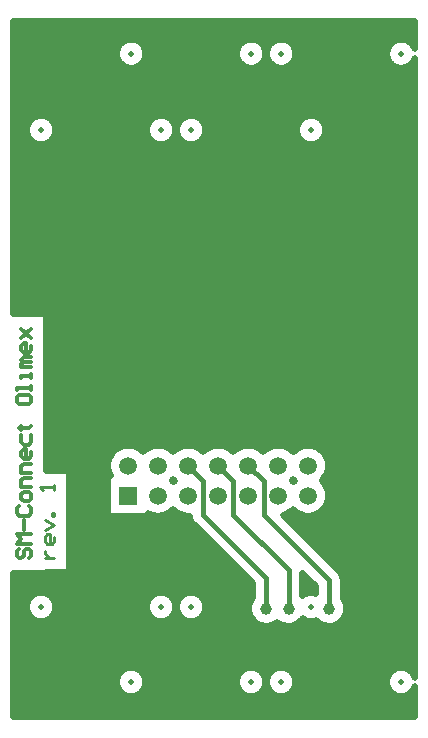
<source format=gbr>
%FSTAX42Y42*%
%MOMM*%
%SFA1B1*%

%IPPOS*%
%ADD10C,0.499999*%
%ADD11C,0.399999*%
%ADD12C,0.299999*%
%ADD13C,0.250000*%
%ADD14R,1.499997X1.499997*%
%ADD15C,1.499997*%
%ADD16C,0.499999*%
%ADD17C,0.999998*%
%LNpcb_monitoring_connecta10-1*%
%LPD*%
G54D10*
X-000049Y005708D02*
D01*
X-000052Y005716*
X-000056Y005724*
X-00006Y005731*
X-000065Y005738*
X-00007Y005745*
X-000075Y005751*
X-000081Y005757*
X-000087Y005762*
X-000094Y005767*
X-000101Y005772*
X-000108Y005776*
X-000116Y00578*
X-000124Y005783*
X-000132Y005785*
X-00014Y005787*
X-000148Y005788*
X-000156Y005789*
X-000165Y005789*
X-000173Y005789*
X-000181Y005788*
X-000189Y005786*
X-000198Y005784*
X-000205Y005781*
X-000213Y005778*
X-000221Y005774*
X-000228Y00577*
X-000235Y005765*
X-000241Y00576*
X-000247Y005754*
X-000253Y005748*
X-000258Y005741*
X-000263Y005735*
X-000267Y005727*
X-000271Y00572*
X-000274Y005712*
X-000277Y005704*
X-000279Y005696*
X-000281Y005688*
X-000282Y00568*
X-000282Y005671*
X-000282Y005663*
X-000281Y005655*
X-00028Y005647*
X-000278Y005638*
X-000275Y00563*
X-000273Y005623*
X-000269Y005615*
X-000265Y005608*
X-00026Y005601*
X-000255Y005594*
X-00025Y005588*
X-000244Y005582*
X-000238Y005577*
X-000231Y005572*
X-000224Y005567*
X-000217Y005563*
X-000209Y005559*
X-000201Y005556*
X-000193Y005554*
X-000185Y005552*
X-000177Y005551*
X-000169Y00555*
X-00016Y00555*
X-000152Y00555*
X-000144Y005551*
X-000136Y005553*
X-000127Y005555*
X-00012Y005558*
X-000112Y005561*
X-000104Y005565*
X-000097Y005569*
X-00009Y005574*
X-000084Y005579*
X-000078Y005585*
X-000072Y005591*
X-000067Y005598*
X-000062Y005604*
X-000058Y005612*
X-000054Y005619*
X-000051Y005627*
X-000049Y00563*
Y005708D02*
D01*
X-000052Y005716*
X-000056Y005724*
X-00006Y005731*
X-000065Y005738*
X-00007Y005745*
X-000075Y005751*
X-000081Y005757*
X-000087Y005762*
X-000094Y005767*
X-000101Y005772*
X-000108Y005776*
X-000116Y00578*
X-000124Y005783*
X-000132Y005785*
X-00014Y005787*
X-000148Y005788*
X-000156Y005789*
X-000165Y005789*
X-000173Y005789*
X-000181Y005788*
X-000189Y005786*
X-000198Y005784*
X-000205Y005781*
X-000213Y005778*
X-000221Y005774*
X-000228Y00577*
X-000235Y005765*
X-000241Y00576*
X-000247Y005754*
X-000253Y005748*
X-000258Y005741*
X-000263Y005735*
X-000267Y005727*
X-000271Y00572*
X-000274Y005712*
X-000277Y005704*
X-000279Y005696*
X-000281Y005688*
X-000282Y00568*
X-000282Y005671*
X-000282Y005663*
X-000281Y005655*
X-00028Y005647*
X-000278Y005638*
X-000275Y00563*
X-000273Y005623*
X-000269Y005615*
X-000265Y005608*
X-00026Y005601*
X-000255Y005594*
X-00025Y005588*
X-000244Y005582*
X-000238Y005577*
X-000231Y005572*
X-000224Y005567*
X-000217Y005563*
X-000209Y005559*
X-000201Y005556*
X-000193Y005554*
X-000185Y005552*
X-000177Y005551*
X-000169Y00555*
X-00016Y00555*
X-000152Y00555*
X-000144Y005551*
X-000136Y005553*
X-000127Y005555*
X-00012Y005558*
X-000112Y005561*
X-000104Y005565*
X-000097Y005569*
X-00009Y005574*
X-000084Y005579*
X-000078Y005585*
X-000072Y005591*
X-000067Y005598*
X-000062Y005604*
X-000058Y005612*
X-000054Y005619*
X-000051Y005627*
X-000049Y00563*
X-000805Y005022D02*
D01*
X-000806Y005031*
X-000807Y005039*
X-000808Y005047*
X-00081Y005056*
X-000813Y005064*
X-000816Y005071*
X-00082Y005079*
X-000824Y005086*
X-000828Y005093*
X-000834Y0051*
X-000839Y005106*
X-000845Y005112*
X-000852Y005117*
X-000858Y005122*
X-000865Y005126*
X-000873Y00513*
X-000881Y005134*
X-000888Y005137*
X-000896Y005139*
X-000905Y005141*
X-000913Y005142*
X-000921Y005142*
X-00093*
X-000938Y005142*
X-000946Y005141*
X-000955Y005139*
X-000963Y005137*
X-00097Y005134*
X-000978Y00513*
X-000985Y005126*
X-000993Y005122*
X-000999Y005117*
X-001006Y005112*
X-001012Y005106*
X-001017Y0051*
X-001023Y005093*
X-001027Y005086*
X-001031Y005079*
X-001035Y005071*
X-001038Y005064*
X-001041Y005056*
X-001043Y005047*
X-001044Y005039*
X-001045Y005031*
X-001045Y005022*
X-001045Y005014*
X-001044Y005006*
X-001043Y004998*
X-001041Y004989*
X-001038Y004981*
X-001035Y004974*
X-001031Y004966*
X-001027Y004959*
X-001023Y004952*
X-001017Y004945*
X-001012Y004939*
X-001006Y004933*
X-000999Y004928*
X-000993Y004923*
X-000985Y004919*
X-000978Y004915*
X-00097Y004911*
X-000963Y004908*
X-000955Y004906*
X-000946Y004904*
X-000938Y004903*
X-00093Y004903*
X-000921*
X-000913Y004903*
X-000905Y004904*
X-000896Y004906*
X-000888Y004908*
X-000881Y004911*
X-000873Y004915*
X-000865Y004919*
X-000858Y004923*
X-000852Y004928*
X-000845Y004933*
X-000839Y004939*
X-000834Y004945*
X-000828Y004952*
X-000824Y004959*
X-00082Y004966*
X-000816Y004974*
X-000813Y004981*
X-00081Y004989*
X-000808Y004998*
X-000807Y005006*
X-000806Y005014*
X-000805Y005022*
D01*
X-000806Y005031*
X-000807Y005039*
X-000808Y005047*
X-00081Y005056*
X-000813Y005064*
X-000816Y005071*
X-00082Y005079*
X-000824Y005086*
X-000828Y005093*
X-000834Y0051*
X-000839Y005106*
X-000845Y005112*
X-000852Y005117*
X-000858Y005122*
X-000865Y005126*
X-000873Y00513*
X-000881Y005134*
X-000888Y005137*
X-000896Y005139*
X-000905Y005141*
X-000913Y005142*
X-000921Y005142*
X-00093*
X-000938Y005142*
X-000946Y005141*
X-000955Y005139*
X-000963Y005137*
X-00097Y005134*
X-000978Y00513*
X-000985Y005126*
X-000993Y005122*
X-000999Y005117*
X-001006Y005112*
X-001012Y005106*
X-001017Y0051*
X-001023Y005093*
X-001027Y005086*
X-001031Y005079*
X-001035Y005071*
X-001038Y005064*
X-001041Y005056*
X-001043Y005047*
X-001044Y005039*
X-001045Y005031*
X-001045Y005022*
X-001045Y005014*
X-001044Y005006*
X-001043Y004998*
X-001041Y004989*
X-001038Y004981*
X-001035Y004974*
X-001031Y004966*
X-001027Y004959*
X-001023Y004952*
X-001017Y004945*
X-001012Y004939*
X-001006Y004933*
X-000999Y004928*
X-000993Y004923*
X-000985Y004919*
X-000978Y004915*
X-00097Y004911*
X-000963Y004908*
X-000955Y004906*
X-000946Y004904*
X-000938Y004903*
X-00093Y004903*
X-000921*
X-000913Y004903*
X-000905Y004904*
X-000896Y004906*
X-000888Y004908*
X-000881Y004911*
X-000873Y004915*
X-000865Y004919*
X-000858Y004923*
X-000852Y004928*
X-000845Y004933*
X-000839Y004939*
X-000834Y004945*
X-000828Y004952*
X-000824Y004959*
X-00082Y004966*
X-000816Y004974*
X-000813Y004981*
X-00081Y004989*
X-000808Y004998*
X-000807Y005006*
X-000806Y005014*
X-000805Y005022*
X-000838Y002054D02*
D01*
X-00083Y002063*
X-000822Y002071*
X-000815Y002081*
X-000808Y002091*
X-000802Y002101*
X-000797Y002111*
X-000792Y002122*
X-000788Y002134*
X-000785Y002145*
X-000783Y002157*
X-000782Y002169*
X-000782Y00218*
X-000781Y002181*
Y001927D02*
D01*
X-000782Y001939*
X-000783Y001951*
X-000785Y001963*
X-000788Y001974*
X-000792Y001986*
X-000796Y001997*
X-000801Y002007*
X-000807Y002018*
X-000814Y002027*
X-000821Y002037*
X-000829Y002046*
X-000838Y002054*
X-000838Y002054*
X-000781Y002181D02*
D01*
X-000782Y002193*
X-000783Y002205*
X-000785Y002217*
X-000788Y002228*
X-000792Y00224*
X-000796Y002251*
X-000801Y002261*
X-000807Y002272*
X-000814Y002281*
X-000821Y002291*
X-000829Y0023*
X-000838Y002308*
X-000847Y002315*
X-000856Y002322*
X-000866Y002329*
X-000877Y002334*
X-000888Y002339*
X-000899Y002343*
X-00091Y002346*
X-000922Y002349*
X-000934Y002351*
X-000946Y002351*
X-000957*
X-000969Y002351*
X-000981Y002349*
X-000993Y002346*
X-001004Y002343*
X-001015Y002339*
X-001026Y002334*
X-001036Y002329*
X-001047Y002322*
X-001056Y002315*
X-001065Y002308*
X-001074Y0023*
X-001078Y002294*
Y001814D02*
D01*
X-00107Y001806*
X-001062Y001798*
X-001052Y001791*
X-001042Y001784*
X-001032Y001778*
X-001022Y001773*
X-001011Y001768*
X-000999Y001764*
X-000988Y001761*
X-000976Y001759*
X-000964Y001758*
X-000953Y001758*
X-000941Y001758*
X-000929Y001759*
X-000917Y001761*
X-000906Y001764*
X-000894Y001767*
X-000883Y001772*
X-000873Y001777*
X-000862Y001783*
X-000852Y001789*
X-000843Y001797*
X-000834Y001805*
X-000826Y001813*
X-000818Y001822*
X-000811Y001832*
X-000805Y001842*
X-000799Y001852*
X-000794Y001863*
X-00079Y001874*
X-000787Y001885*
X-000784Y001897*
X-000783Y001909*
X-000782Y001921*
X-000781Y001927*
X-001059Y005669D02*
D01*
X-00106Y005678*
X-001061Y005686*
X-001062Y005694*
X-001064Y005703*
X-001067Y005711*
X-00107Y005718*
X-001074Y005726*
X-001078Y005733*
X-001082Y00574*
X-001088Y005747*
X-001093Y005753*
X-001099Y005759*
X-001106Y005764*
X-001112Y005769*
X-001119Y005773*
X-001127Y005777*
X-001135Y005781*
X-001142Y005784*
X-00115Y005786*
X-001159Y005788*
X-001167Y005789*
X-001175Y005789*
X-001184*
X-001192Y005789*
X-0012Y005788*
X-001209Y005786*
X-001217Y005784*
X-001224Y005781*
X-001232Y005777*
X-001239Y005773*
X-001247Y005769*
X-001253Y005764*
X-00126Y005759*
X-001266Y005753*
X-001271Y005747*
X-001277Y00574*
X-001281Y005733*
X-001285Y005726*
X-001289Y005718*
X-001292Y005711*
X-001295Y005703*
X-001297Y005694*
X-001298Y005686*
X-001299Y005678*
X-001299Y005669*
X-001299Y005661*
X-001298Y005653*
X-001297Y005645*
X-001295Y005636*
X-001292Y005628*
X-001289Y005621*
X-001285Y005613*
X-001281Y005606*
X-001277Y005599*
X-001271Y005592*
X-001266Y005586*
X-00126Y00558*
X-001253Y005575*
X-001247Y00557*
X-001239Y005566*
X-001232Y005562*
X-001224Y005558*
X-001217Y005555*
X-001209Y005553*
X-0012Y005551*
X-001192Y00555*
X-001184Y00555*
X-001175*
X-001167Y00555*
X-001159Y005551*
X-00115Y005553*
X-001142Y005555*
X-001135Y005558*
X-001127Y005562*
X-001119Y005566*
X-001112Y00557*
X-001106Y005575*
X-001099Y00558*
X-001093Y005586*
X-001088Y005592*
X-001082Y005599*
X-001078Y005606*
X-001074Y005613*
X-00107Y005621*
X-001067Y005628*
X-001064Y005636*
X-001062Y005645*
X-001061Y005653*
X-00106Y005661*
X-001059Y005669*
D01*
X-00106Y005678*
X-001061Y005686*
X-001062Y005694*
X-001064Y005703*
X-001067Y005711*
X-00107Y005718*
X-001074Y005726*
X-001078Y005733*
X-001082Y00574*
X-001088Y005747*
X-001093Y005753*
X-001099Y005759*
X-001106Y005764*
X-001112Y005769*
X-001119Y005773*
X-001127Y005777*
X-001135Y005781*
X-001142Y005784*
X-00115Y005786*
X-001159Y005788*
X-001167Y005789*
X-001175Y005789*
X-001184*
X-001192Y005789*
X-0012Y005788*
X-001209Y005786*
X-001217Y005784*
X-001224Y005781*
X-001232Y005777*
X-001239Y005773*
X-001247Y005769*
X-001253Y005764*
X-00126Y005759*
X-001266Y005753*
X-001271Y005747*
X-001277Y00574*
X-001281Y005733*
X-001285Y005726*
X-001289Y005718*
X-001292Y005711*
X-001295Y005703*
X-001297Y005694*
X-001298Y005686*
X-001299Y005678*
X-001299Y005669*
X-001299Y005661*
X-001298Y005653*
X-001297Y005645*
X-001295Y005636*
X-001292Y005628*
X-001289Y005621*
X-001285Y005613*
X-001281Y005606*
X-001277Y005599*
X-001271Y005592*
X-001266Y005586*
X-00126Y00558*
X-001253Y005575*
X-001247Y00557*
X-001239Y005566*
X-001232Y005562*
X-001224Y005558*
X-001217Y005555*
X-001209Y005553*
X-0012Y005551*
X-001192Y00555*
X-001184Y00555*
X-001175*
X-001167Y00555*
X-001159Y005551*
X-00115Y005553*
X-001142Y005555*
X-001135Y005558*
X-001127Y005562*
X-001119Y005566*
X-001112Y00557*
X-001106Y005575*
X-001099Y00558*
X-001093Y005586*
X-001088Y005592*
X-001082Y005599*
X-001078Y005606*
X-001074Y005613*
X-00107Y005621*
X-001067Y005628*
X-001064Y005636*
X-001062Y005645*
X-001061Y005653*
X-00106Y005661*
X-001059Y005669*
X-001313D02*
D01*
X-001314Y005678*
X-001315Y005686*
X-001316Y005694*
X-001318Y005703*
X-001321Y005711*
X-001324Y005718*
X-001328Y005726*
X-001332Y005733*
X-001336Y00574*
X-001342Y005747*
X-001347Y005753*
X-001353Y005759*
X-00136Y005764*
X-001366Y005769*
X-001373Y005773*
X-001381Y005777*
X-001389Y005781*
X-001396Y005784*
X-001404Y005786*
X-001413Y005788*
X-001421Y005789*
X-001429Y005789*
X-001438*
X-001446Y005789*
X-001454Y005788*
X-001463Y005786*
X-001471Y005784*
X-001478Y005781*
X-001486Y005777*
X-001493Y005773*
X-001501Y005769*
X-001507Y005764*
X-001514Y005759*
X-00152Y005753*
X-001525Y005747*
X-001531Y00574*
X-001535Y005733*
X-001539Y005726*
X-001543Y005718*
X-001546Y005711*
X-001549Y005703*
X-001551Y005694*
X-001552Y005686*
X-001553Y005678*
X-001553Y005669*
X-001553Y005661*
X-001552Y005653*
X-001551Y005645*
X-001549Y005636*
X-001546Y005628*
X-001543Y005621*
X-001539Y005613*
X-001535Y005606*
X-001531Y005599*
X-001525Y005592*
X-00152Y005586*
X-001514Y00558*
X-001507Y005575*
X-001501Y00557*
X-001493Y005566*
X-001486Y005562*
X-001478Y005558*
X-001471Y005555*
X-001463Y005553*
X-001454Y005551*
X-001446Y00555*
X-001438Y00555*
X-001429*
X-001421Y00555*
X-001413Y005551*
X-001404Y005553*
X-001396Y005555*
X-001389Y005558*
X-001381Y005562*
X-001373Y005566*
X-001366Y00557*
X-00136Y005575*
X-001353Y00558*
X-001347Y005586*
X-001342Y005592*
X-001336Y005599*
X-001332Y005606*
X-001328Y005613*
X-001324Y005621*
X-001321Y005628*
X-001318Y005636*
X-001316Y005645*
X-001315Y005653*
X-001314Y005661*
X-001313Y005669*
D01*
X-001314Y005678*
X-001315Y005686*
X-001316Y005694*
X-001318Y005703*
X-001321Y005711*
X-001324Y005718*
X-001328Y005726*
X-001332Y005733*
X-001336Y00574*
X-001342Y005747*
X-001347Y005753*
X-001353Y005759*
X-00136Y005764*
X-001366Y005769*
X-001373Y005773*
X-001381Y005777*
X-001389Y005781*
X-001396Y005784*
X-001404Y005786*
X-001413Y005788*
X-001421Y005789*
X-001429Y005789*
X-001438*
X-001446Y005789*
X-001454Y005788*
X-001463Y005786*
X-001471Y005784*
X-001478Y005781*
X-001486Y005777*
X-001493Y005773*
X-001501Y005769*
X-001507Y005764*
X-001514Y005759*
X-00152Y005753*
X-001525Y005747*
X-001531Y00574*
X-001535Y005733*
X-001539Y005726*
X-001543Y005718*
X-001546Y005711*
X-001549Y005703*
X-001551Y005694*
X-001552Y005686*
X-001553Y005678*
X-001553Y005669*
X-001553Y005661*
X-001552Y005653*
X-001551Y005645*
X-001549Y005636*
X-001546Y005628*
X-001543Y005621*
X-001539Y005613*
X-001535Y005606*
X-001531Y005599*
X-001525Y005592*
X-00152Y005586*
X-001514Y00558*
X-001507Y005575*
X-001501Y00557*
X-001493Y005566*
X-001486Y005562*
X-001478Y005558*
X-001471Y005555*
X-001463Y005553*
X-001454Y005551*
X-001446Y00555*
X-001438Y00555*
X-001429*
X-001421Y00555*
X-001413Y005551*
X-001404Y005553*
X-001396Y005555*
X-001389Y005558*
X-001381Y005562*
X-001373Y005566*
X-001366Y00557*
X-00136Y005575*
X-001353Y00558*
X-001347Y005586*
X-001342Y005592*
X-001336Y005599*
X-001332Y005606*
X-001328Y005613*
X-001324Y005621*
X-001321Y005628*
X-001318Y005636*
X-001316Y005645*
X-001315Y005653*
X-001314Y005661*
X-001313Y005669*
X-001078Y002294D02*
D01*
X-001087Y002303*
X-001095Y002311*
X-001105Y002318*
X-001115Y002325*
X-001125Y002331*
X-001135Y002336*
X-001146Y002341*
X-001158Y002345*
X-001169Y002348*
X-001181Y00235*
X-001193Y002351*
X-001204Y002351*
X-001216Y002351*
X-001228Y00235*
X-00124Y002348*
X-001251Y002345*
X-001263Y002342*
X-001274Y002337*
X-001284Y002332*
X-001295Y002326*
X-001305Y00232*
X-001314Y002312*
X-001323Y002304*
X-001331Y002296*
X-001332Y002294*
X-001064Y002054D02*
D01*
X-001073Y002046*
X-001078Y00204*
Y002068D02*
D01*
X-00107Y00206*
X-001064Y002054*
X-001078Y00204D02*
D01*
X-001087Y002049*
X-001092Y002054*
D01*
X-001084Y002063*
X-001078Y002068*
X-001164Y001762D02*
D01*
X-001153Y001766*
X-001142Y00177*
X-001131Y001775*
X-001121Y00178*
X-001111Y001786*
X-001101Y001793*
X-001092Y001801*
X-001083Y001809*
X-001078Y001814*
X-001821Y005022D02*
D01*
X-001822Y005031*
X-001823Y005039*
X-001824Y005047*
X-001826Y005056*
X-001829Y005064*
X-001832Y005071*
X-001836Y005079*
X-00184Y005086*
X-001844Y005093*
X-00185Y0051*
X-001855Y005106*
X-001861Y005112*
X-001868Y005117*
X-001874Y005122*
X-001881Y005126*
X-001889Y00513*
X-001897Y005134*
X-001904Y005137*
X-001912Y005139*
X-001921Y005141*
X-001929Y005142*
X-001937Y005142*
X-001946*
X-001954Y005142*
X-001962Y005141*
X-001971Y005139*
X-001979Y005137*
X-001986Y005134*
X-001994Y00513*
X-002001Y005126*
X-002009Y005122*
X-002015Y005117*
X-002022Y005112*
X-002028Y005106*
X-002033Y0051*
X-002039Y005093*
X-002043Y005086*
X-002047Y005079*
X-002051Y005071*
X-002054Y005064*
X-002057Y005056*
X-002059Y005047*
X-00206Y005039*
X-002061Y005031*
X-002061Y005022*
X-002061Y005014*
X-00206Y005006*
X-002059Y004998*
X-002057Y004989*
X-002054Y004981*
X-002051Y004974*
X-002047Y004966*
X-002043Y004959*
X-002039Y004952*
X-002033Y004945*
X-002028Y004939*
X-002022Y004933*
X-002015Y004928*
X-002009Y004923*
X-002001Y004919*
X-001994Y004915*
X-001986Y004911*
X-001979Y004908*
X-001971Y004906*
X-001962Y004904*
X-001954Y004903*
X-001946Y004903*
X-001937*
X-001929Y004903*
X-001921Y004904*
X-001912Y004906*
X-001904Y004908*
X-001897Y004911*
X-001889Y004915*
X-001881Y004919*
X-001874Y004923*
X-001868Y004928*
X-001861Y004933*
X-001855Y004939*
X-00185Y004945*
X-001844Y004952*
X-00184Y004959*
X-001836Y004966*
X-001832Y004974*
X-001829Y004981*
X-001826Y004989*
X-001824Y004998*
X-001823Y005006*
X-001822Y005014*
X-001821Y005022*
D01*
X-001822Y005031*
X-001823Y005039*
X-001824Y005047*
X-001826Y005056*
X-001829Y005064*
X-001832Y005071*
X-001836Y005079*
X-00184Y005086*
X-001844Y005093*
X-00185Y0051*
X-001855Y005106*
X-001861Y005112*
X-001868Y005117*
X-001874Y005122*
X-001881Y005126*
X-001889Y00513*
X-001897Y005134*
X-001904Y005137*
X-001912Y005139*
X-001921Y005141*
X-001929Y005142*
X-001937Y005142*
X-001946*
X-001954Y005142*
X-001962Y005141*
X-001971Y005139*
X-001979Y005137*
X-001986Y005134*
X-001994Y00513*
X-002001Y005126*
X-002009Y005122*
X-002015Y005117*
X-002022Y005112*
X-002028Y005106*
X-002033Y0051*
X-002039Y005093*
X-002043Y005086*
X-002047Y005079*
X-002051Y005071*
X-002054Y005064*
X-002057Y005056*
X-002059Y005047*
X-00206Y005039*
X-002061Y005031*
X-002061Y005022*
X-002061Y005014*
X-00206Y005006*
X-002059Y004998*
X-002057Y004989*
X-002054Y004981*
X-002051Y004974*
X-002047Y004966*
X-002043Y004959*
X-002039Y004952*
X-002033Y004945*
X-002028Y004939*
X-002022Y004933*
X-002015Y004928*
X-002009Y004923*
X-002001Y004919*
X-001994Y004915*
X-001986Y004911*
X-001979Y004908*
X-001971Y004906*
X-001962Y004904*
X-001954Y004903*
X-001946Y004903*
X-001937*
X-001929Y004903*
X-001921Y004904*
X-001912Y004906*
X-001904Y004908*
X-001897Y004911*
X-001889Y004915*
X-001881Y004919*
X-001874Y004923*
X-001868Y004928*
X-001861Y004933*
X-001855Y004939*
X-00185Y004945*
X-001844Y004952*
X-00184Y004959*
X-001836Y004966*
X-001832Y004974*
X-001829Y004981*
X-001826Y004989*
X-001824Y004998*
X-001823Y005006*
X-001822Y005014*
X-001821Y005022*
X-001332Y002294D02*
D01*
X-001341Y002303*
X-001349Y002311*
X-001359Y002318*
X-001369Y002325*
X-001379Y002331*
X-001389Y002336*
X-0014Y002341*
X-001412Y002345*
X-001423Y002348*
X-001435Y00235*
X-001447Y002351*
X-001458Y002351*
X-00147Y002351*
X-001482Y00235*
X-001494Y002348*
X-001505Y002345*
X-001517Y002342*
X-001528Y002337*
X-001538Y002332*
X-001549Y002326*
X-001559Y00232*
X-001568Y002312*
X-001577Y002304*
X-001585Y002296*
X-001586Y002294*
D01*
X-001595Y002303*
X-001603Y002311*
X-001613Y002318*
X-001623Y002325*
X-001633Y002331*
X-001643Y002336*
X-001654Y002341*
X-001666Y002345*
X-001677Y002348*
X-001689Y00235*
X-001701Y002351*
X-001712Y002351*
X-001724Y002351*
X-001736Y00235*
X-001748Y002348*
X-001759Y002345*
X-001771Y002342*
X-001782Y002337*
X-001792Y002332*
X-001803Y002326*
X-001813Y00232*
X-001822Y002312*
X-001831Y002304*
X-001839Y002296*
X-00184Y002294*
X-001954Y001758D02*
D01*
X-001954Y00175*
X-001953Y001743*
X-001951Y001735*
X-001948Y001727*
X-001946Y00172*
X-001942Y001712*
X-001938Y001705*
X-001934Y001698*
X-001929Y001692*
X-001924Y001686*
X-00192Y001683*
X-001954Y001758D02*
D01*
X-001954Y00175*
X-001953Y001743*
X-001951Y001735*
X-001948Y001727*
X-001946Y00172*
X-001942Y001712*
X-001938Y001705*
X-001934Y001698*
X-001929Y001692*
X-001924Y001686*
X-00192Y001683*
X-000659Y001209D02*
D01*
X-00066Y001218*
X-000661Y001226*
X-000662Y001233*
X-000664Y001241*
X-000666Y001249*
X-000669Y001256*
X-000673Y001263*
X-000677Y00127*
X-000681Y001277*
X-000686Y001283*
X-000692Y001289*
X-000693Y00129*
X-000659Y001209D02*
D01*
X-00066Y001218*
X-000661Y001226*
X-000662Y001233*
X-000664Y001241*
X-000666Y001249*
X-000669Y001256*
X-000673Y001263*
X-000677Y00127*
X-000681Y001277*
X-000686Y001283*
X-000692Y001289*
X-000693Y00129*
X-000889Y001098D02*
D01*
X-000898Y001101*
X-000906Y001102*
X-000914Y001103*
X-000922Y001104*
X-000931Y001104*
X-000939Y001103*
X-000947Y001102*
X-000955Y0011*
X-000963Y001098*
X-000971Y001095*
X-000979Y001092*
X-000986Y001088*
X-000993Y001083*
X-001Y001078*
X-001002Y001076*
X-000889Y001098D02*
D01*
X-000898Y001101*
X-000906Y001102*
X-000914Y001103*
X-000922Y001104*
X-000931Y001104*
X-000939Y001103*
X-000947Y001102*
X-000955Y0011*
X-000963Y001098*
X-000971Y001095*
X-000979Y001092*
X-000986Y001088*
X-000993Y001083*
X-001Y001078*
X-001002Y001076*
X-000629Y000969D02*
D01*
X-00063Y00098*
X-000631Y00099*
X-000633Y001*
X-000635Y001009*
X-000638Y001019*
X-000642Y001028*
X-000646Y001038*
X-000652Y001046*
X-000657Y001055*
X-000659Y001057*
X-000049Y000386D02*
D01*
X-000052Y000394*
X-000056Y000402*
X-00006Y000409*
X-000064Y000416*
X-000069Y000423*
X-000074Y00043*
X-00008Y000436*
X-000086Y000441*
X-000093Y000446*
X-0001Y000451*
X-000107Y000455*
X-000115Y000459*
X-000122Y000462*
X-00013Y000465*
X-000139Y000467*
X-000147Y000468*
X-000155Y000469*
X-000163Y000469*
X-000172Y000469*
X-00018Y000468*
X-000188Y000467*
X-000196Y000465*
X-000204Y000462*
X-000212Y000459*
X-00022Y000455*
X-000227Y000451*
X-000234Y000446*
X-000241Y000441*
X-000247Y000436*
X-000253Y00043*
X-000258Y000423*
X-000263Y000417*
X-000267Y000409*
X-000271Y000402*
X-000275Y000394*
X-000277Y000387*
X-00028Y000379*
X-000282Y00037*
X-000283Y000362*
X-000283Y000354*
X-000283Y000345*
X-000283Y000337*
X-000282Y000329*
X-00028Y000321*
X-000277Y000312*
X-000275Y000305*
X-000271Y000297*
X-000267Y00029*
X-000263Y000283*
X-000258Y000276*
X-000253Y000269*
X-000247Y000263*
X-000241Y000258*
X-000234Y000253*
X-000227Y000248*
X-00022Y000244*
X-000212Y00024*
X-000205Y000237*
X-000197Y000234*
X-000188Y000232*
X-00018Y000231*
X-000172Y00023*
X-000164Y00023*
X-000155Y00023*
X-000147Y000231*
X-000139Y000232*
X-000131Y000234*
X-000123Y000237*
X-000115Y00024*
X-000107Y000244*
X-0001Y000248*
X-000093Y000253*
X-000086Y000258*
X-00008Y000263*
X-000074Y000269*
X-000069Y000276*
X-000064Y000282*
X-00006Y00029*
X-000056Y000297*
X-000052Y000305*
X-00005Y000312*
X-000049Y000312*
Y000386D02*
D01*
X-000052Y000394*
X-000056Y000402*
X-00006Y000409*
X-000064Y000416*
X-000069Y000423*
X-000074Y00043*
X-00008Y000436*
X-000086Y000441*
X-000093Y000446*
X-0001Y000451*
X-000107Y000455*
X-000115Y000459*
X-000122Y000462*
X-00013Y000465*
X-000139Y000467*
X-000147Y000468*
X-000155Y000469*
X-000163Y000469*
X-000172Y000469*
X-00018Y000468*
X-000188Y000467*
X-000196Y000465*
X-000204Y000462*
X-000212Y000459*
X-00022Y000455*
X-000227Y000451*
X-000234Y000446*
X-000241Y000441*
X-000247Y000436*
X-000253Y00043*
X-000258Y000423*
X-000263Y000417*
X-000267Y000409*
X-000271Y000402*
X-000275Y000394*
X-000277Y000387*
X-00028Y000379*
X-000282Y00037*
X-000283Y000362*
X-000283Y000354*
X-000283Y000345*
X-000283Y000337*
X-000282Y000329*
X-00028Y000321*
X-000277Y000312*
X-000275Y000305*
X-000271Y000297*
X-000267Y00029*
X-000263Y000283*
X-000258Y000276*
X-000253Y000269*
X-000247Y000263*
X-000241Y000258*
X-000234Y000253*
X-000227Y000248*
X-00022Y000244*
X-000212Y00024*
X-000205Y000237*
X-000197Y000234*
X-000188Y000232*
X-00018Y000231*
X-000172Y00023*
X-000164Y00023*
X-000155Y00023*
X-000147Y000231*
X-000139Y000232*
X-000131Y000234*
X-000123Y000237*
X-000115Y00024*
X-000107Y000244*
X-0001Y000248*
X-000093Y000253*
X-000086Y000258*
X-00008Y000263*
X-000074Y000269*
X-000069Y000276*
X-000064Y000282*
X-00006Y00029*
X-000056Y000297*
X-000052Y000305*
X-00005Y000312*
X-000049Y000312*
X-000882Y000872D02*
D01*
X-000875Y000865*
X-000868Y000858*
X-00086Y000852*
X-000852Y000846*
X-000843Y000841*
X-000834Y000837*
X-000824Y000833*
X-000815Y00083*
X-000805Y000828*
X-000795Y000826*
X-000785Y000825*
X-000775Y000824*
X-000765Y000825*
X-000754Y000826*
X-000744Y000827*
X-000735Y00083*
X-000725Y000833*
X-000716Y000837*
X-000707Y000841*
X-000698Y000846*
X-000689Y000852*
X-000681Y000858*
X-000674Y000865*
X-000667Y000872*
X-00066Y00088*
X-000654Y000888*
X-000649Y000897*
X-000644Y000906*
X-00064Y000915*
X-000636Y000924*
X-000634Y000934*
X-000632Y000944*
X-00063Y000954*
X-000629Y000964*
X-000629Y000969*
X-000996Y000889D02*
D01*
X-00099Y000884*
X-000982Y00088*
X-000975Y000876*
X-000967Y000873*
X-000959Y00087*
X-000951Y000868*
X-000943Y000866*
X-000935Y000865*
X-000927Y000865*
X-000918Y000865*
X-00091Y000866*
X-000902Y000867*
X-000894Y000869*
X-000886Y000872*
X-000882Y000872*
X-000996Y000889D02*
D01*
X-00099Y000884*
X-000982Y00088*
X-000975Y000876*
X-000967Y000873*
X-000959Y00087*
X-000951Y000868*
X-000943Y000866*
X-000935Y000865*
X-000927Y000865*
X-000918Y000865*
X-00091Y000866*
X-000902Y000867*
X-000894Y000869*
X-000886Y000872*
X-000882Y000872*
X-001212Y000859D02*
D01*
X-001205Y000853*
X-001196Y000847*
X-001188Y000842*
X-001178Y000838*
X-001169Y000834*
X-00116Y00083*
X-00115Y000828*
X-00114Y000826*
X-00113Y000825*
X-00112Y000824*
X-001109Y000824*
X-001099Y000825*
X-001089Y000827*
X-001079Y000829*
X-00107Y000832*
X-00106Y000836*
X-001051Y00084*
X-001042Y000845*
X-001034Y000851*
X-001026Y000857*
X-001018Y000864*
X-001011Y000871*
X-001004Y000878*
X-000998Y000887*
X-000996Y000889*
X-001422Y001057D02*
D01*
X-001428Y001049*
X-001434Y001041*
X-001438Y001032*
X-001442Y001022*
X-001446Y001013*
X-001448Y001003*
X-00145Y000993*
X-001452Y000983*
X-001452Y000973*
X-001452Y000963*
X-001451Y000953*
X-00145Y000943*
X-001448Y000933*
X-001445Y000923*
X-001441Y000914*
X-001437Y000905*
X-001432Y000896*
X-001427Y000887*
X-001421Y000879*
X-001414Y000872*
X-001407Y000864*
X-001399Y000858*
X-001391Y000851*
X-001383Y000846*
X-001374Y000841*
X-001365Y000837*
X-001356Y000833*
X-001346Y00083*
X-001336Y000828*
X-001326Y000826*
X-001316Y000825*
X-001306Y000825*
X-001296Y000825*
X-001286Y000826*
X-001276Y000828*
X-001266Y000831*
X-001257Y000834*
X-001247Y000838*
X-001238Y000842*
X-00123Y000847*
X-001221Y000853*
X-001213Y00086*
X-001212Y000859*
X-001821Y000984D02*
D01*
X-001822Y000993*
X-001823Y001001*
X-001824Y001009*
X-001826Y001018*
X-001829Y001026*
X-001832Y001033*
X-001836Y001041*
X-00184Y001048*
X-001844Y001055*
X-00185Y001062*
X-001855Y001068*
X-001861Y001074*
X-001868Y001079*
X-001874Y001084*
X-001881Y001088*
X-001889Y001092*
X-001897Y001096*
X-001904Y001099*
X-001912Y001101*
X-001921Y001103*
X-001929Y001104*
X-001937Y001104*
X-001946*
X-001954Y001104*
X-001962Y001103*
X-001971Y001101*
X-001979Y001099*
X-001986Y001096*
X-001994Y001092*
X-002001Y001088*
X-002009Y001084*
X-002015Y001079*
X-002022Y001074*
X-002028Y001068*
X-002033Y001062*
X-002039Y001055*
X-002043Y001048*
X-002047Y001041*
X-002051Y001033*
X-002054Y001026*
X-002057Y001018*
X-002059Y001009*
X-00206Y001001*
X-002061Y000993*
X-002061Y000984*
X-002061Y000976*
X-00206Y000968*
X-002059Y00096*
X-002057Y000951*
X-002054Y000943*
X-002051Y000936*
X-002047Y000928*
X-002043Y000921*
X-002039Y000914*
X-002033Y000907*
X-002028Y000901*
X-002022Y000895*
X-002015Y00089*
X-002009Y000885*
X-002001Y000881*
X-001994Y000877*
X-001986Y000873*
X-001979Y00087*
X-001971Y000868*
X-001962Y000866*
X-001954Y000865*
X-001946Y000865*
X-001937*
X-001929Y000865*
X-001921Y000866*
X-001912Y000868*
X-001904Y00087*
X-001897Y000873*
X-001889Y000877*
X-001881Y000881*
X-001874Y000885*
X-001868Y00089*
X-001861Y000895*
X-001855Y000901*
X-00185Y000907*
X-001844Y000914*
X-00184Y000921*
X-001836Y000928*
X-001832Y000936*
X-001829Y000943*
X-001826Y000951*
X-001824Y00096*
X-001823Y000968*
X-001822Y000976*
X-001821Y000984*
D01*
X-001822Y000993*
X-001823Y001001*
X-001824Y001009*
X-001826Y001018*
X-001829Y001026*
X-001832Y001033*
X-001836Y001041*
X-00184Y001048*
X-001844Y001055*
X-00185Y001062*
X-001855Y001068*
X-001861Y001074*
X-001868Y001079*
X-001874Y001084*
X-001881Y001088*
X-001889Y001092*
X-001897Y001096*
X-001904Y001099*
X-001912Y001101*
X-001921Y001103*
X-001929Y001104*
X-001937Y001104*
X-001946*
X-001954Y001104*
X-001962Y001103*
X-001971Y001101*
X-001979Y001099*
X-001986Y001096*
X-001994Y001092*
X-002001Y001088*
X-002009Y001084*
X-002015Y001079*
X-002022Y001074*
X-002028Y001068*
X-002033Y001062*
X-002039Y001055*
X-002043Y001048*
X-002047Y001041*
X-002051Y001033*
X-002054Y001026*
X-002057Y001018*
X-002059Y001009*
X-00206Y001001*
X-002061Y000993*
X-002061Y000984*
X-002061Y000976*
X-00206Y000968*
X-002059Y00096*
X-002057Y000951*
X-002054Y000943*
X-002051Y000936*
X-002047Y000928*
X-002043Y000921*
X-002039Y000914*
X-002033Y000907*
X-002028Y000901*
X-002022Y000895*
X-002015Y00089*
X-002009Y000885*
X-002001Y000881*
X-001994Y000877*
X-001986Y000873*
X-001979Y00087*
X-001971Y000868*
X-001962Y000866*
X-001954Y000865*
X-001946Y000865*
X-001937*
X-001929Y000865*
X-001921Y000866*
X-001912Y000868*
X-001904Y00087*
X-001897Y000873*
X-001889Y000877*
X-001881Y000881*
X-001874Y000885*
X-001868Y00089*
X-001861Y000895*
X-001855Y000901*
X-00185Y000907*
X-001844Y000914*
X-00184Y000921*
X-001836Y000928*
X-001832Y000936*
X-001829Y000943*
X-001826Y000951*
X-001824Y00096*
X-001823Y000968*
X-001822Y000976*
X-001821Y000984*
X-001059Y000349D02*
D01*
X-00106Y000358*
X-001061Y000366*
X-001062Y000374*
X-001064Y000383*
X-001067Y000391*
X-00107Y000398*
X-001074Y000406*
X-001078Y000413*
X-001082Y00042*
X-001088Y000427*
X-001093Y000433*
X-001099Y000439*
X-001106Y000444*
X-001112Y000449*
X-001119Y000453*
X-001127Y000457*
X-001135Y000461*
X-001142Y000464*
X-00115Y000466*
X-001159Y000468*
X-001167Y000469*
X-001175Y000469*
X-001184*
X-001192Y000469*
X-0012Y000468*
X-001209Y000466*
X-001217Y000464*
X-001224Y000461*
X-001232Y000457*
X-001239Y000453*
X-001247Y000449*
X-001253Y000444*
X-00126Y000439*
X-001266Y000433*
X-001271Y000427*
X-001277Y00042*
X-001281Y000413*
X-001285Y000406*
X-001289Y000398*
X-001292Y000391*
X-001295Y000383*
X-001297Y000374*
X-001298Y000366*
X-001299Y000358*
X-001299Y000349*
X-001299Y000341*
X-001298Y000333*
X-001297Y000325*
X-001295Y000316*
X-001292Y000308*
X-001289Y000301*
X-001285Y000293*
X-001281Y000286*
X-001277Y000279*
X-001271Y000272*
X-001266Y000266*
X-00126Y00026*
X-001253Y000255*
X-001247Y00025*
X-001239Y000246*
X-001232Y000242*
X-001224Y000238*
X-001217Y000235*
X-001209Y000233*
X-0012Y000231*
X-001192Y00023*
X-001184Y00023*
X-001175*
X-001167Y00023*
X-001159Y000231*
X-00115Y000233*
X-001142Y000235*
X-001135Y000238*
X-001127Y000242*
X-001119Y000246*
X-001112Y00025*
X-001106Y000255*
X-001099Y00026*
X-001093Y000266*
X-001088Y000272*
X-001082Y000279*
X-001078Y000286*
X-001074Y000293*
X-00107Y000301*
X-001067Y000308*
X-001064Y000316*
X-001062Y000325*
X-001061Y000333*
X-00106Y000341*
X-001059Y000349*
D01*
X-00106Y000358*
X-001061Y000366*
X-001062Y000374*
X-001064Y000383*
X-001067Y000391*
X-00107Y000398*
X-001074Y000406*
X-001078Y000413*
X-001082Y00042*
X-001088Y000427*
X-001093Y000433*
X-001099Y000439*
X-001106Y000444*
X-001112Y000449*
X-001119Y000453*
X-001127Y000457*
X-001135Y000461*
X-001142Y000464*
X-00115Y000466*
X-001159Y000468*
X-001167Y000469*
X-001175Y000469*
X-001184*
X-001192Y000469*
X-0012Y000468*
X-001209Y000466*
X-001217Y000464*
X-001224Y000461*
X-001232Y000457*
X-001239Y000453*
X-001247Y000449*
X-001253Y000444*
X-00126Y000439*
X-001266Y000433*
X-001271Y000427*
X-001277Y00042*
X-001281Y000413*
X-001285Y000406*
X-001289Y000398*
X-001292Y000391*
X-001295Y000383*
X-001297Y000374*
X-001298Y000366*
X-001299Y000358*
X-001299Y000349*
X-001299Y000341*
X-001298Y000333*
X-001297Y000325*
X-001295Y000316*
X-001292Y000308*
X-001289Y000301*
X-001285Y000293*
X-001281Y000286*
X-001277Y000279*
X-001271Y000272*
X-001266Y000266*
X-00126Y00026*
X-001253Y000255*
X-001247Y00025*
X-001239Y000246*
X-001232Y000242*
X-001224Y000238*
X-001217Y000235*
X-001209Y000233*
X-0012Y000231*
X-001192Y00023*
X-001184Y00023*
X-001175*
X-001167Y00023*
X-001159Y000231*
X-00115Y000233*
X-001142Y000235*
X-001135Y000238*
X-001127Y000242*
X-001119Y000246*
X-001112Y00025*
X-001106Y000255*
X-001099Y00026*
X-001093Y000266*
X-001088Y000272*
X-001082Y000279*
X-001078Y000286*
X-001074Y000293*
X-00107Y000301*
X-001067Y000308*
X-001064Y000316*
X-001062Y000325*
X-001061Y000333*
X-00106Y000341*
X-001059Y000349*
X-001313D02*
D01*
X-001314Y000358*
X-001315Y000366*
X-001316Y000374*
X-001318Y000383*
X-001321Y000391*
X-001324Y000398*
X-001328Y000406*
X-001332Y000413*
X-001336Y00042*
X-001342Y000427*
X-001347Y000433*
X-001353Y000439*
X-00136Y000444*
X-001366Y000449*
X-001373Y000453*
X-001381Y000457*
X-001389Y000461*
X-001396Y000464*
X-001404Y000466*
X-001413Y000468*
X-001421Y000469*
X-001429Y000469*
X-001438*
X-001446Y000469*
X-001454Y000468*
X-001463Y000466*
X-001471Y000464*
X-001478Y000461*
X-001486Y000457*
X-001493Y000453*
X-001501Y000449*
X-001507Y000444*
X-001514Y000439*
X-00152Y000433*
X-001525Y000427*
X-001531Y00042*
X-001535Y000413*
X-001539Y000406*
X-001543Y000398*
X-001546Y000391*
X-001549Y000383*
X-001551Y000374*
X-001552Y000366*
X-001553Y000358*
X-001553Y000349*
X-001553Y000341*
X-001552Y000333*
X-001551Y000325*
X-001549Y000316*
X-001546Y000308*
X-001543Y000301*
X-001539Y000293*
X-001535Y000286*
X-001531Y000279*
X-001525Y000272*
X-00152Y000266*
X-001514Y00026*
X-001507Y000255*
X-001501Y00025*
X-001493Y000246*
X-001486Y000242*
X-001478Y000238*
X-001471Y000235*
X-001463Y000233*
X-001454Y000231*
X-001446Y00023*
X-001438Y00023*
X-001429*
X-001421Y00023*
X-001413Y000231*
X-001404Y000233*
X-001396Y000235*
X-001389Y000238*
X-001381Y000242*
X-001373Y000246*
X-001366Y00025*
X-00136Y000255*
X-001353Y00026*
X-001347Y000266*
X-001342Y000272*
X-001336Y000279*
X-001332Y000286*
X-001328Y000293*
X-001324Y000301*
X-001321Y000308*
X-001318Y000316*
X-001316Y000325*
X-001315Y000333*
X-001314Y000341*
X-001313Y000349*
D01*
X-001314Y000358*
X-001315Y000366*
X-001316Y000374*
X-001318Y000383*
X-001321Y000391*
X-001324Y000398*
X-001328Y000406*
X-001332Y000413*
X-001336Y00042*
X-001342Y000427*
X-001347Y000433*
X-001353Y000439*
X-00136Y000444*
X-001366Y000449*
X-001373Y000453*
X-001381Y000457*
X-001389Y000461*
X-001396Y000464*
X-001404Y000466*
X-001413Y000468*
X-001421Y000469*
X-001429Y000469*
X-001438*
X-001446Y000469*
X-001454Y000468*
X-001463Y000466*
X-001471Y000464*
X-001478Y000461*
X-001486Y000457*
X-001493Y000453*
X-001501Y000449*
X-001507Y000444*
X-001514Y000439*
X-00152Y000433*
X-001525Y000427*
X-001531Y00042*
X-001535Y000413*
X-001539Y000406*
X-001543Y000398*
X-001546Y000391*
X-001549Y000383*
X-001551Y000374*
X-001552Y000366*
X-001553Y000358*
X-001553Y000349*
X-001553Y000341*
X-001552Y000333*
X-001551Y000325*
X-001549Y000316*
X-001546Y000308*
X-001543Y000301*
X-001539Y000293*
X-001535Y000286*
X-001531Y000279*
X-001525Y000272*
X-00152Y000266*
X-001514Y00026*
X-001507Y000255*
X-001501Y00025*
X-001493Y000246*
X-001486Y000242*
X-001478Y000238*
X-001471Y000235*
X-001463Y000233*
X-001454Y000231*
X-001446Y00023*
X-001438Y00023*
X-001429*
X-001421Y00023*
X-001413Y000231*
X-001404Y000233*
X-001396Y000235*
X-001389Y000238*
X-001381Y000242*
X-001373Y000246*
X-001366Y00025*
X-00136Y000255*
X-001353Y00026*
X-001347Y000266*
X-001342Y000272*
X-001336Y000279*
X-001332Y000286*
X-001328Y000293*
X-001324Y000301*
X-001321Y000308*
X-001318Y000316*
X-001316Y000325*
X-001315Y000333*
X-001314Y000341*
X-001313Y000349*
X-002329Y005669D02*
D01*
X-00233Y005678*
X-002331Y005686*
X-002332Y005694*
X-002334Y005703*
X-002337Y005711*
X-00234Y005718*
X-002344Y005726*
X-002348Y005733*
X-002352Y00574*
X-002358Y005747*
X-002363Y005753*
X-002369Y005759*
X-002376Y005764*
X-002382Y005769*
X-002389Y005773*
X-002397Y005777*
X-002405Y005781*
X-002412Y005784*
X-00242Y005786*
X-002429Y005788*
X-002437Y005789*
X-002445Y005789*
X-002454*
X-002462Y005789*
X-00247Y005788*
X-002479Y005786*
X-002487Y005784*
X-002494Y005781*
X-002502Y005777*
X-002509Y005773*
X-002517Y005769*
X-002523Y005764*
X-00253Y005759*
X-002536Y005753*
X-002541Y005747*
X-002547Y00574*
X-002551Y005733*
X-002555Y005726*
X-002559Y005718*
X-002562Y005711*
X-002565Y005703*
X-002567Y005694*
X-002568Y005686*
X-002569Y005678*
X-002569Y005669*
X-002569Y005661*
X-002568Y005653*
X-002567Y005645*
X-002565Y005636*
X-002562Y005628*
X-002559Y005621*
X-002555Y005613*
X-002551Y005606*
X-002547Y005599*
X-002541Y005592*
X-002536Y005586*
X-00253Y00558*
X-002523Y005575*
X-002517Y00557*
X-002509Y005566*
X-002502Y005562*
X-002494Y005558*
X-002487Y005555*
X-002479Y005553*
X-00247Y005551*
X-002462Y00555*
X-002454Y00555*
X-002445*
X-002437Y00555*
X-002429Y005551*
X-00242Y005553*
X-002412Y005555*
X-002405Y005558*
X-002397Y005562*
X-002389Y005566*
X-002382Y00557*
X-002376Y005575*
X-002369Y00558*
X-002363Y005586*
X-002358Y005592*
X-002352Y005599*
X-002348Y005606*
X-002344Y005613*
X-00234Y005621*
X-002337Y005628*
X-002334Y005636*
X-002332Y005645*
X-002331Y005653*
X-00233Y005661*
X-002329Y005669*
D01*
X-00233Y005678*
X-002331Y005686*
X-002332Y005694*
X-002334Y005703*
X-002337Y005711*
X-00234Y005718*
X-002344Y005726*
X-002348Y005733*
X-002352Y00574*
X-002358Y005747*
X-002363Y005753*
X-002369Y005759*
X-002376Y005764*
X-002382Y005769*
X-002389Y005773*
X-002397Y005777*
X-002405Y005781*
X-002412Y005784*
X-00242Y005786*
X-002429Y005788*
X-002437Y005789*
X-002445Y005789*
X-002454*
X-002462Y005789*
X-00247Y005788*
X-002479Y005786*
X-002487Y005784*
X-002494Y005781*
X-002502Y005777*
X-002509Y005773*
X-002517Y005769*
X-002523Y005764*
X-00253Y005759*
X-002536Y005753*
X-002541Y005747*
X-002547Y00574*
X-002551Y005733*
X-002555Y005726*
X-002559Y005718*
X-002562Y005711*
X-002565Y005703*
X-002567Y005694*
X-002568Y005686*
X-002569Y005678*
X-002569Y005669*
X-002569Y005661*
X-002568Y005653*
X-002567Y005645*
X-002565Y005636*
X-002562Y005628*
X-002559Y005621*
X-002555Y005613*
X-002551Y005606*
X-002547Y005599*
X-002541Y005592*
X-002536Y005586*
X-00253Y00558*
X-002523Y005575*
X-002517Y00557*
X-002509Y005566*
X-002502Y005562*
X-002494Y005558*
X-002487Y005555*
X-002479Y005553*
X-00247Y005551*
X-002462Y00555*
X-002454Y00555*
X-002445*
X-002437Y00555*
X-002429Y005551*
X-00242Y005553*
X-002412Y005555*
X-002405Y005558*
X-002397Y005562*
X-002389Y005566*
X-002382Y00557*
X-002376Y005575*
X-002369Y00558*
X-002363Y005586*
X-002358Y005592*
X-002352Y005599*
X-002348Y005606*
X-002344Y005613*
X-00234Y005621*
X-002337Y005628*
X-002334Y005636*
X-002332Y005645*
X-002331Y005653*
X-00233Y005661*
X-002329Y005669*
X-002075Y005022D02*
D01*
X-002076Y005031*
X-002077Y005039*
X-002078Y005047*
X-00208Y005056*
X-002083Y005064*
X-002086Y005071*
X-00209Y005079*
X-002094Y005086*
X-002098Y005093*
X-002104Y0051*
X-002109Y005106*
X-002115Y005112*
X-002122Y005117*
X-002128Y005122*
X-002135Y005126*
X-002143Y00513*
X-002151Y005134*
X-002158Y005137*
X-002166Y005139*
X-002175Y005141*
X-002183Y005142*
X-002191Y005142*
X-0022*
X-002208Y005142*
X-002216Y005141*
X-002225Y005139*
X-002233Y005137*
X-00224Y005134*
X-002248Y00513*
X-002255Y005126*
X-002263Y005122*
X-002269Y005117*
X-002276Y005112*
X-002282Y005106*
X-002287Y0051*
X-002293Y005093*
X-002297Y005086*
X-002301Y005079*
X-002305Y005071*
X-002308Y005064*
X-002311Y005056*
X-002313Y005047*
X-002314Y005039*
X-002315Y005031*
X-002315Y005022*
X-002315Y005014*
X-002314Y005006*
X-002313Y004998*
X-002311Y004989*
X-002308Y004981*
X-002305Y004974*
X-002301Y004966*
X-002297Y004959*
X-002293Y004952*
X-002287Y004945*
X-002282Y004939*
X-002276Y004933*
X-002269Y004928*
X-002263Y004923*
X-002255Y004919*
X-002248Y004915*
X-00224Y004911*
X-002233Y004908*
X-002225Y004906*
X-002216Y004904*
X-002208Y004903*
X-0022Y004903*
X-002191*
X-002183Y004903*
X-002175Y004904*
X-002166Y004906*
X-002158Y004908*
X-002151Y004911*
X-002143Y004915*
X-002135Y004919*
X-002128Y004923*
X-002122Y004928*
X-002115Y004933*
X-002109Y004939*
X-002104Y004945*
X-002098Y004952*
X-002094Y004959*
X-00209Y004966*
X-002086Y004974*
X-002083Y004981*
X-00208Y004989*
X-002078Y004998*
X-002077Y005006*
X-002076Y005014*
X-002075Y005022*
D01*
X-002076Y005031*
X-002077Y005039*
X-002078Y005047*
X-00208Y005056*
X-002083Y005064*
X-002086Y005071*
X-00209Y005079*
X-002094Y005086*
X-002098Y005093*
X-002104Y0051*
X-002109Y005106*
X-002115Y005112*
X-002122Y005117*
X-002128Y005122*
X-002135Y005126*
X-002143Y00513*
X-002151Y005134*
X-002158Y005137*
X-002166Y005139*
X-002175Y005141*
X-002183Y005142*
X-002191Y005142*
X-0022*
X-002208Y005142*
X-002216Y005141*
X-002225Y005139*
X-002233Y005137*
X-00224Y005134*
X-002248Y00513*
X-002255Y005126*
X-002263Y005122*
X-002269Y005117*
X-002276Y005112*
X-002282Y005106*
X-002287Y0051*
X-002293Y005093*
X-002297Y005086*
X-002301Y005079*
X-002305Y005071*
X-002308Y005064*
X-002311Y005056*
X-002313Y005047*
X-002314Y005039*
X-002315Y005031*
X-002315Y005022*
X-002315Y005014*
X-002314Y005006*
X-002313Y004998*
X-002311Y004989*
X-002308Y004981*
X-002305Y004974*
X-002301Y004966*
X-002297Y004959*
X-002293Y004952*
X-002287Y004945*
X-002282Y004939*
X-002276Y004933*
X-002269Y004928*
X-002263Y004923*
X-002255Y004919*
X-002248Y004915*
X-00224Y004911*
X-002233Y004908*
X-002225Y004906*
X-002216Y004904*
X-002208Y004903*
X-0022Y004903*
X-002191*
X-002183Y004903*
X-002175Y004904*
X-002166Y004906*
X-002158Y004908*
X-002151Y004911*
X-002143Y004915*
X-002135Y004919*
X-002128Y004923*
X-002122Y004928*
X-002115Y004933*
X-002109Y004939*
X-002104Y004945*
X-002098Y004952*
X-002094Y004959*
X-00209Y004966*
X-002086Y004974*
X-002083Y004981*
X-00208Y004989*
X-002078Y004998*
X-002077Y005006*
X-002076Y005014*
X-002075Y005022*
X-002094Y002294D02*
D01*
X-002103Y002303*
X-002111Y002311*
X-002121Y002318*
X-002131Y002325*
X-002141Y002331*
X-002151Y002336*
X-002162Y002341*
X-002174Y002345*
X-002185Y002348*
X-002197Y00235*
X-002209Y002351*
X-00222Y002351*
X-002232Y002351*
X-002244Y00235*
X-002256Y002348*
X-002267Y002345*
X-002279Y002342*
X-00229Y002337*
X-0023Y002332*
X-002311Y002326*
X-002321Y00232*
X-00233Y002312*
X-002339Y002304*
X-002347Y002296*
X-002348Y002294*
X-00184D02*
D01*
X-001849Y002303*
X-001857Y002311*
X-001867Y002318*
X-001877Y002325*
X-001887Y002331*
X-001897Y002336*
X-001908Y002341*
X-00192Y002345*
X-001931Y002348*
X-001943Y00235*
X-001955Y002351*
X-001966Y002351*
X-001978Y002351*
X-00199Y00235*
X-002002Y002348*
X-002013Y002345*
X-002025Y002342*
X-002036Y002337*
X-002046Y002332*
X-002057Y002326*
X-002067Y00232*
X-002076Y002312*
X-002085Y002304*
X-002093Y002296*
X-002094Y002294*
X-003091Y005022D02*
D01*
X-003092Y005031*
X-003093Y005039*
X-003094Y005047*
X-003096Y005056*
X-003099Y005064*
X-003102Y005071*
X-003106Y005079*
X-00311Y005086*
X-003114Y005093*
X-00312Y0051*
X-003125Y005106*
X-003131Y005112*
X-003138Y005117*
X-003144Y005122*
X-003151Y005126*
X-003159Y00513*
X-003167Y005134*
X-003174Y005137*
X-003182Y005139*
X-003191Y005141*
X-003199Y005142*
X-003207Y005142*
X-003216*
X-003224Y005142*
X-003232Y005141*
X-003241Y005139*
X-003249Y005137*
X-003256Y005134*
X-003264Y00513*
X-003271Y005126*
X-003279Y005122*
X-003285Y005117*
X-003292Y005112*
X-003298Y005106*
X-003303Y0051*
X-003309Y005093*
X-003313Y005086*
X-003317Y005079*
X-003321Y005071*
X-003324Y005064*
X-003327Y005056*
X-003329Y005047*
X-00333Y005039*
X-003331Y005031*
X-003331Y005022*
X-003331Y005014*
X-00333Y005006*
X-003329Y004998*
X-003327Y004989*
X-003324Y004981*
X-003321Y004974*
X-003317Y004966*
X-003313Y004959*
X-003309Y004952*
X-003303Y004945*
X-003298Y004939*
X-003292Y004933*
X-003285Y004928*
X-003279Y004923*
X-003271Y004919*
X-003264Y004915*
X-003256Y004911*
X-003249Y004908*
X-003241Y004906*
X-003232Y004904*
X-003224Y004903*
X-003216Y004903*
X-003207*
X-003199Y004903*
X-003191Y004904*
X-003182Y004906*
X-003174Y004908*
X-003167Y004911*
X-003159Y004915*
X-003151Y004919*
X-003144Y004923*
X-003138Y004928*
X-003131Y004933*
X-003125Y004939*
X-00312Y004945*
X-003114Y004952*
X-00311Y004959*
X-003106Y004966*
X-003102Y004974*
X-003099Y004981*
X-003096Y004989*
X-003094Y004998*
X-003093Y005006*
X-003092Y005014*
X-003091Y005022*
D01*
X-003092Y005031*
X-003093Y005039*
X-003094Y005047*
X-003096Y005056*
X-003099Y005064*
X-003102Y005071*
X-003106Y005079*
X-00311Y005086*
X-003114Y005093*
X-00312Y0051*
X-003125Y005106*
X-003131Y005112*
X-003138Y005117*
X-003144Y005122*
X-003151Y005126*
X-003159Y00513*
X-003167Y005134*
X-003174Y005137*
X-003182Y005139*
X-003191Y005141*
X-003199Y005142*
X-003207Y005142*
X-003216*
X-003224Y005142*
X-003232Y005141*
X-003241Y005139*
X-003249Y005137*
X-003256Y005134*
X-003264Y00513*
X-003271Y005126*
X-003279Y005122*
X-003285Y005117*
X-003292Y005112*
X-003298Y005106*
X-003303Y0051*
X-003309Y005093*
X-003313Y005086*
X-003317Y005079*
X-003321Y005071*
X-003324Y005064*
X-003327Y005056*
X-003329Y005047*
X-00333Y005039*
X-003331Y005031*
X-003331Y005022*
X-003331Y005014*
X-00333Y005006*
X-003329Y004998*
X-003327Y004989*
X-003324Y004981*
X-003321Y004974*
X-003317Y004966*
X-003313Y004959*
X-003309Y004952*
X-003303Y004945*
X-003298Y004939*
X-003292Y004933*
X-003285Y004928*
X-003279Y004923*
X-003271Y004919*
X-003264Y004915*
X-003256Y004911*
X-003249Y004908*
X-003241Y004906*
X-003232Y004904*
X-003224Y004903*
X-003216Y004903*
X-003207*
X-003199Y004903*
X-003191Y004904*
X-003182Y004906*
X-003174Y004908*
X-003167Y004911*
X-003159Y004915*
X-003151Y004919*
X-003144Y004923*
X-003138Y004928*
X-003131Y004933*
X-003125Y004939*
X-00312Y004945*
X-003114Y004952*
X-00311Y004959*
X-003106Y004966*
X-003102Y004974*
X-003099Y004981*
X-003096Y004989*
X-003094Y004998*
X-003093Y005006*
X-003092Y005014*
X-003091Y005022*
X-00208Y002054D02*
D01*
X-002089Y002046*
X-002094Y00204*
Y001814D02*
D01*
X-002086Y001806*
X-002078Y001798*
X-002068Y001791*
X-002058Y001784*
X-002048Y001778*
X-002038Y001773*
X-002027Y001768*
X-002015Y001764*
X-002004Y001761*
X-001992Y001759*
X-00198Y001758*
X-001969Y001758*
X-001957Y001758*
X-001954Y001758*
X-002094Y002068D02*
D01*
X-002086Y00206*
X-00208Y002054*
X-002305Y001779D02*
D01*
X-002295Y001774*
X-002284Y001769*
X-002273Y001765*
X-002261Y001762*
X-00225Y00176*
X-002238Y001758*
X-002226Y001757*
X-002214Y001757*
X-002202Y001758*
X-002191Y00176*
X-002179Y001763*
X-002168Y001766*
X-002157Y00177*
X-002146Y001775*
X-002135Y001781*
X-002125Y001787*
X-002116Y001794*
X-002107Y001802*
X-002098Y00181*
X-002094Y001814*
X-002108Y002054D02*
D01*
X-0021Y002063*
X-002094Y002068*
Y00204D02*
D01*
X-002103Y002049*
X-002108Y002054*
X-002075Y000984D02*
D01*
X-002076Y000993*
X-002077Y001001*
X-002078Y001009*
X-00208Y001018*
X-002083Y001026*
X-002086Y001033*
X-00209Y001041*
X-002094Y001048*
X-002098Y001055*
X-002104Y001062*
X-002109Y001068*
X-002115Y001074*
X-002122Y001079*
X-002128Y001084*
X-002135Y001088*
X-002143Y001092*
X-002151Y001096*
X-002158Y001099*
X-002166Y001101*
X-002175Y001103*
X-002183Y001104*
X-002191Y001104*
X-0022*
X-002208Y001104*
X-002216Y001103*
X-002225Y001101*
X-002233Y001099*
X-00224Y001096*
X-002248Y001092*
X-002255Y001088*
X-002263Y001084*
X-002269Y001079*
X-002276Y001074*
X-002282Y001068*
X-002287Y001062*
X-002293Y001055*
X-002297Y001048*
X-002301Y001041*
X-002305Y001033*
X-002308Y001026*
X-002311Y001018*
X-002313Y001009*
X-002314Y001001*
X-002315Y000993*
X-002315Y000984*
X-002315Y000976*
X-002314Y000968*
X-002313Y00096*
X-002311Y000951*
X-002308Y000943*
X-002305Y000936*
X-002301Y000928*
X-002297Y000921*
X-002293Y000914*
X-002287Y000907*
X-002282Y000901*
X-002276Y000895*
X-002269Y00089*
X-002263Y000885*
X-002255Y000881*
X-002248Y000877*
X-00224Y000873*
X-002233Y00087*
X-002225Y000868*
X-002216Y000866*
X-002208Y000865*
X-0022Y000865*
X-002191*
X-002183Y000865*
X-002175Y000866*
X-002166Y000868*
X-002158Y00087*
X-002151Y000873*
X-002143Y000877*
X-002135Y000881*
X-002128Y000885*
X-002122Y00089*
X-002115Y000895*
X-002109Y000901*
X-002104Y000907*
X-002098Y000914*
X-002094Y000921*
X-00209Y000928*
X-002086Y000936*
X-002083Y000943*
X-00208Y000951*
X-002078Y00096*
X-002077Y000968*
X-002076Y000976*
X-002075Y000984*
D01*
X-002076Y000993*
X-002077Y001001*
X-002078Y001009*
X-00208Y001018*
X-002083Y001026*
X-002086Y001033*
X-00209Y001041*
X-002094Y001048*
X-002098Y001055*
X-002104Y001062*
X-002109Y001068*
X-002115Y001074*
X-002122Y001079*
X-002128Y001084*
X-002135Y001088*
X-002143Y001092*
X-002151Y001096*
X-002158Y001099*
X-002166Y001101*
X-002175Y001103*
X-002183Y001104*
X-002191Y001104*
X-0022*
X-002208Y001104*
X-002216Y001103*
X-002225Y001101*
X-002233Y001099*
X-00224Y001096*
X-002248Y001092*
X-002255Y001088*
X-002263Y001084*
X-002269Y001079*
X-002276Y001074*
X-002282Y001068*
X-002287Y001062*
X-002293Y001055*
X-002297Y001048*
X-002301Y001041*
X-002305Y001033*
X-002308Y001026*
X-002311Y001018*
X-002313Y001009*
X-002314Y001001*
X-002315Y000993*
X-002315Y000984*
X-002315Y000976*
X-002314Y000968*
X-002313Y00096*
X-002311Y000951*
X-002308Y000943*
X-002305Y000936*
X-002301Y000928*
X-002297Y000921*
X-002293Y000914*
X-002287Y000907*
X-002282Y000901*
X-002276Y000895*
X-002269Y00089*
X-002263Y000885*
X-002255Y000881*
X-002248Y000877*
X-00224Y000873*
X-002233Y00087*
X-002225Y000868*
X-002216Y000866*
X-002208Y000865*
X-0022Y000865*
X-002191*
X-002183Y000865*
X-002175Y000866*
X-002166Y000868*
X-002158Y00087*
X-002151Y000873*
X-002143Y000877*
X-002135Y000881*
X-002128Y000885*
X-002122Y00089*
X-002115Y000895*
X-002109Y000901*
X-002104Y000907*
X-002098Y000914*
X-002094Y000921*
X-00209Y000928*
X-002086Y000936*
X-002083Y000943*
X-00208Y000951*
X-002078Y00096*
X-002077Y000968*
X-002076Y000976*
X-002075Y000984*
X-002348Y002294D02*
D01*
X-002357Y002303*
X-002365Y002311*
X-002375Y002318*
X-002385Y002325*
X-002395Y002331*
X-002405Y002336*
X-002416Y002341*
X-002428Y002345*
X-002439Y002348*
X-002451Y00235*
X-002463Y002351*
X-002474Y002351*
X-002486Y002351*
X-002498Y00235*
X-00251Y002348*
X-002521Y002345*
X-002533Y002342*
X-002544Y002337*
X-002554Y002332*
X-002565Y002326*
X-002575Y00232*
X-002584Y002312*
X-002593Y002304*
X-002601Y002296*
X-002609Y002287*
X-002616Y002277*
X-002622Y002267*
X-002628Y002257*
X-002633Y002246*
X-002637Y002235*
X-00264Y002224*
X-002643Y002212*
X-002644Y0022*
X-002645Y002188*
X-002645Y002177*
X-002645Y002165*
X-002643Y002153*
X-002641Y002141*
X-002637Y00213*
X-002633Y002119*
X-002629Y002108*
X-002623Y002097*
X-002329Y000349D02*
D01*
X-00233Y000358*
X-002331Y000366*
X-002332Y000374*
X-002334Y000383*
X-002337Y000391*
X-00234Y000398*
X-002344Y000406*
X-002348Y000413*
X-002352Y00042*
X-002358Y000427*
X-002363Y000433*
X-002369Y000439*
X-002376Y000444*
X-002382Y000449*
X-002389Y000453*
X-002397Y000457*
X-002405Y000461*
X-002412Y000464*
X-00242Y000466*
X-002429Y000468*
X-002437Y000469*
X-002445Y000469*
X-002454*
X-002462Y000469*
X-00247Y000468*
X-002479Y000466*
X-002487Y000464*
X-002494Y000461*
X-002502Y000457*
X-002509Y000453*
X-002517Y000449*
X-002523Y000444*
X-00253Y000439*
X-002536Y000433*
X-002541Y000427*
X-002547Y00042*
X-002551Y000413*
X-002555Y000406*
X-002559Y000398*
X-002562Y000391*
X-002565Y000383*
X-002567Y000374*
X-002568Y000366*
X-002569Y000358*
X-002569Y000349*
X-002569Y000341*
X-002568Y000333*
X-002567Y000325*
X-002565Y000316*
X-002562Y000308*
X-002559Y000301*
X-002555Y000293*
X-002551Y000286*
X-002547Y000279*
X-002541Y000272*
X-002536Y000266*
X-00253Y00026*
X-002523Y000255*
X-002517Y00025*
X-002509Y000246*
X-002502Y000242*
X-002494Y000238*
X-002487Y000235*
X-002479Y000233*
X-00247Y000231*
X-002462Y00023*
X-002454Y00023*
X-002445*
X-002437Y00023*
X-002429Y000231*
X-00242Y000233*
X-002412Y000235*
X-002405Y000238*
X-002397Y000242*
X-002389Y000246*
X-002382Y00025*
X-002376Y000255*
X-002369Y00026*
X-002363Y000266*
X-002358Y000272*
X-002352Y000279*
X-002348Y000286*
X-002344Y000293*
X-00234Y000301*
X-002337Y000308*
X-002334Y000316*
X-002332Y000325*
X-002331Y000333*
X-00233Y000341*
X-002329Y000349*
D01*
X-00233Y000358*
X-002331Y000366*
X-002332Y000374*
X-002334Y000383*
X-002337Y000391*
X-00234Y000398*
X-002344Y000406*
X-002348Y000413*
X-002352Y00042*
X-002358Y000427*
X-002363Y000433*
X-002369Y000439*
X-002376Y000444*
X-002382Y000449*
X-002389Y000453*
X-002397Y000457*
X-002405Y000461*
X-002412Y000464*
X-00242Y000466*
X-002429Y000468*
X-002437Y000469*
X-002445Y000469*
X-002454*
X-002462Y000469*
X-00247Y000468*
X-002479Y000466*
X-002487Y000464*
X-002494Y000461*
X-002502Y000457*
X-002509Y000453*
X-002517Y000449*
X-002523Y000444*
X-00253Y000439*
X-002536Y000433*
X-002541Y000427*
X-002547Y00042*
X-002551Y000413*
X-002555Y000406*
X-002559Y000398*
X-002562Y000391*
X-002565Y000383*
X-002567Y000374*
X-002568Y000366*
X-002569Y000358*
X-002569Y000349*
X-002569Y000341*
X-002568Y000333*
X-002567Y000325*
X-002565Y000316*
X-002562Y000308*
X-002559Y000301*
X-002555Y000293*
X-002551Y000286*
X-002547Y000279*
X-002541Y000272*
X-002536Y000266*
X-00253Y00026*
X-002523Y000255*
X-002517Y00025*
X-002509Y000246*
X-002502Y000242*
X-002494Y000238*
X-002487Y000235*
X-002479Y000233*
X-00247Y000231*
X-002462Y00023*
X-002454Y00023*
X-002445*
X-002437Y00023*
X-002429Y000231*
X-00242Y000233*
X-002412Y000235*
X-002405Y000238*
X-002397Y000242*
X-002389Y000246*
X-002382Y00025*
X-002376Y000255*
X-002369Y00026*
X-002363Y000266*
X-002358Y000272*
X-002352Y000279*
X-002348Y000286*
X-002344Y000293*
X-00234Y000301*
X-002337Y000308*
X-002334Y000316*
X-002332Y000325*
X-002331Y000333*
X-00233Y000341*
X-002329Y000349*
X-003091Y000984D02*
D01*
X-003092Y000993*
X-003093Y001001*
X-003094Y001009*
X-003096Y001018*
X-003099Y001026*
X-003102Y001033*
X-003106Y001041*
X-00311Y001048*
X-003114Y001055*
X-00312Y001062*
X-003125Y001068*
X-003131Y001074*
X-003138Y001079*
X-003144Y001084*
X-003151Y001088*
X-003159Y001092*
X-003167Y001096*
X-003174Y001099*
X-003182Y001101*
X-003191Y001103*
X-003199Y001104*
X-003207Y001104*
X-003216*
X-003224Y001104*
X-003232Y001103*
X-003241Y001101*
X-003249Y001099*
X-003256Y001096*
X-003264Y001092*
X-003271Y001088*
X-003279Y001084*
X-003285Y001079*
X-003292Y001074*
X-003298Y001068*
X-003303Y001062*
X-003309Y001055*
X-003313Y001048*
X-003317Y001041*
X-003321Y001033*
X-003324Y001026*
X-003327Y001018*
X-003329Y001009*
X-00333Y001001*
X-003331Y000993*
X-003331Y000984*
X-003331Y000976*
X-00333Y000968*
X-003329Y00096*
X-003327Y000951*
X-003324Y000943*
X-003321Y000936*
X-003317Y000928*
X-003313Y000921*
X-003309Y000914*
X-003303Y000907*
X-003298Y000901*
X-003292Y000895*
X-003285Y00089*
X-003279Y000885*
X-003271Y000881*
X-003264Y000877*
X-003256Y000873*
X-003249Y00087*
X-003241Y000868*
X-003232Y000866*
X-003224Y000865*
X-003216Y000865*
X-003207*
X-003199Y000865*
X-003191Y000866*
X-003182Y000868*
X-003174Y00087*
X-003167Y000873*
X-003159Y000877*
X-003151Y000881*
X-003144Y000885*
X-003138Y00089*
X-003131Y000895*
X-003125Y000901*
X-00312Y000907*
X-003114Y000914*
X-00311Y000921*
X-003106Y000928*
X-003102Y000936*
X-003099Y000943*
X-003096Y000951*
X-003094Y00096*
X-003093Y000968*
X-003092Y000976*
X-003091Y000984*
D01*
X-003092Y000993*
X-003093Y001001*
X-003094Y001009*
X-003096Y001018*
X-003099Y001026*
X-003102Y001033*
X-003106Y001041*
X-00311Y001048*
X-003114Y001055*
X-00312Y001062*
X-003125Y001068*
X-003131Y001074*
X-003138Y001079*
X-003144Y001084*
X-003151Y001088*
X-003159Y001092*
X-003167Y001096*
X-003174Y001099*
X-003182Y001101*
X-003191Y001103*
X-003199Y001104*
X-003207Y001104*
X-003216*
X-003224Y001104*
X-003232Y001103*
X-003241Y001101*
X-003249Y001099*
X-003256Y001096*
X-003264Y001092*
X-003271Y001088*
X-003279Y001084*
X-003285Y001079*
X-003292Y001074*
X-003298Y001068*
X-003303Y001062*
X-003309Y001055*
X-003313Y001048*
X-003317Y001041*
X-003321Y001033*
X-003324Y001026*
X-003327Y001018*
X-003329Y001009*
X-00333Y001001*
X-003331Y000993*
X-003331Y000984*
X-003331Y000976*
X-00333Y000968*
X-003329Y00096*
X-003327Y000951*
X-003324Y000943*
X-003321Y000936*
X-003317Y000928*
X-003313Y000921*
X-003309Y000914*
X-003303Y000907*
X-003298Y000901*
X-003292Y000895*
X-003285Y00089*
X-003279Y000885*
X-003271Y000881*
X-003264Y000877*
X-003256Y000873*
X-003249Y00087*
X-003241Y000868*
X-003232Y000866*
X-003224Y000865*
X-003216Y000865*
X-003207*
X-003199Y000865*
X-003191Y000866*
X-003182Y000868*
X-003174Y00087*
X-003167Y000873*
X-003159Y000877*
X-003151Y000881*
X-003144Y000885*
X-003138Y00089*
X-003131Y000895*
X-003125Y000901*
X-00312Y000907*
X-003114Y000914*
X-00311Y000921*
X-003106Y000928*
X-003102Y000936*
X-003099Y000943*
X-003096Y000951*
X-003094Y00096*
X-003093Y000968*
X-003092Y000976*
X-003091Y000984*
X-000117Y00578D02*
X-000049D01*
Y005708D02*
Y005949D01*
X-000059Y00573D02*
X-000049D01*
X-000082Y00558D02*
X-000049D01*
X-000196Y005784D02*
Y005949D01*
X-000246Y005755D02*
Y005949D01*
X-000096Y005769D02*
Y005949D01*
X-000146Y005788D02*
Y005949D01*
X-00082Y00508D02*
X-000049D01*
X-000805Y00503D02*
X-000049D01*
X-000812Y00498D02*
X-000049D01*
X-000796Y002251D02*
Y005949D01*
X-000846Y005112D02*
Y005949D01*
Y002315D02*
Y004931D01*
X-000847Y00493D02*
X-000049D01*
X-001075Y00573D02*
X-000266D01*
X-001133Y00578D02*
X-000208D01*
X-000874Y00513D02*
X-000049D01*
X-001098Y00558D02*
X-000243D01*
X-000896Y005138D02*
Y005949D01*
X-000946Y00514D02*
Y005949D01*
X-001059Y00568D02*
X-000282D01*
X-001065Y00563D02*
X-000276D01*
X-000996Y005118D02*
Y005949D01*
X-00189Y00513D02*
X-000976D01*
X-001828Y00498D02*
X-001038D01*
X-001836Y00508D02*
X-00103D01*
X-000996Y002345D02*
Y004925D01*
X-001863Y00493D02*
X-001003D01*
X-000788Y00223D02*
X-000049D01*
X-000781Y00218D02*
X-000049D01*
X-000813Y00228D02*
X-000049D01*
X-000789Y00213D02*
X-000049D01*
X-000814Y00208D02*
X-000049D01*
X-000796Y001997D02*
Y002111D01*
X-000789Y00198D02*
X-000049D01*
X-000816Y00203D02*
X-000049D01*
X-000781Y00193D02*
X-000049D01*
X-000788Y00188D02*
X-000049D01*
X-000811Y00183D02*
X-000049D01*
X-000866Y00178D02*
X-000049D01*
X-000796Y001394D02*
Y001857D01*
X-000832Y00143D02*
X-000049D01*
X-000846Y001444D02*
Y001793D01*
X-000869Y00233D02*
X-000049D01*
X-001132Y00173D02*
X-000049D01*
X-000896Y002342D02*
Y004905D01*
X-000946Y002351D02*
Y004903D01*
X-00112Y00178D02*
X-001036D01*
X-001123Y00233D02*
X-001033D01*
X-001032Y00163D02*
X-000049D01*
X-001082Y00168D02*
X-000049D01*
X-000882Y00148D02*
X-000049D01*
X-000982Y00158D02*
X-000049D01*
X-000896Y001494D02*
Y001766D01*
X-000996Y001594D02*
Y001763D01*
X-000932Y00153D02*
X-000049D01*
X-000946Y001544D02*
Y001757D01*
X-001146Y005785D02*
Y005949D01*
X-001096Y005756D02*
Y005949D01*
X-001196Y005788D02*
Y005949D01*
X-001246Y005768D02*
Y005949D01*
X-001387Y00578D02*
X-001224D01*
X-001346Y005752D02*
Y005949D01*
X-001397Y005783D02*
Y005949D01*
X-001296Y005693D02*
Y005949D01*
X-001329Y00573D02*
X-001282D01*
X-001046Y002322D02*
Y005949D01*
X-001096Y002312D02*
Y005582D01*
X-001296Y002325D02*
Y005645D01*
X-001313Y00568D02*
X-001298D01*
X-001319Y00563D02*
X-001292D01*
X-001346Y002308D02*
Y005586D01*
X-001446Y005788D02*
Y005949D01*
X-001496Y005771D02*
Y005949D01*
X-001946Y005141D02*
Y005949D01*
X-001996Y005128D02*
Y005949D01*
X-001546Y005708D02*
Y005949D01*
X-001896Y005133D02*
Y005949D01*
X-001646Y002337D02*
Y005949D01*
X-001696Y00235D02*
Y005949D01*
X-001546Y002327D02*
Y00563D01*
X-001596Y002304D02*
Y005949D01*
X-001846Y005095D02*
Y005949D01*
X-002046Y00508D02*
Y005949D01*
X-001746Y002348D02*
Y005949D01*
X-001796Y002329D02*
Y005949D01*
X-001246Y002346D02*
Y00557D01*
X-001146Y00234D02*
Y005553D01*
X-001352Y00558D02*
X-001259D01*
X-001196Y002351D02*
Y00555D01*
X-001397Y002339D02*
Y005555D01*
X-001496Y002347D02*
Y005567D01*
X-001377Y00233D02*
X-001287D01*
X-001446Y002351D02*
Y00555D01*
X-001046Y001644D02*
Y001786D01*
X-001096Y001694D02*
Y001796D01*
X-001146Y001744D02*
Y001768D01*
X-001821Y00503D02*
X-001045D01*
X-001896Y002336D02*
Y00491D01*
X-002075Y00503D02*
X-002061D01*
X-002082Y00498D02*
X-002054D01*
X-001946Y00235D02*
Y004902D01*
X-001996Y002348D02*
Y004915D01*
X-001631Y00233D02*
X-001541D01*
X-001885D02*
X-001795D01*
X-001846Y002301D02*
Y004948D01*
X-002046Y002331D02*
Y004964D01*
X-000146Y000468D02*
Y00555D01*
X-000096Y000449D02*
Y005569D01*
X-000661Y00123D02*
X-000049D01*
X-000659Y00113D02*
X-000049D01*
X-000659Y00118D02*
X-000049D01*
X-000246Y000436D02*
Y005583D01*
X-000646Y001037D02*
Y005949D01*
X-000196Y000464D02*
Y005554D01*
X-000659Y001057D02*
Y001209D01*
X-000346Y000049D02*
Y005949D01*
X-000396Y000049D02*
Y005949D01*
X-000049Y000386D02*
Y00563D01*
X-000296Y000049D02*
Y005949D01*
X-000546Y000049D02*
Y005949D01*
X-000596Y000049D02*
Y005949D01*
X-000446Y000049D02*
Y005949D01*
X-000496Y000049D02*
Y005949D01*
X-000732Y00133D02*
X-000049D01*
X-000782Y00138D02*
X-000049D01*
X-000684Y00128D02*
X-000049D01*
X-000696Y001294D02*
Y005949D01*
X-000746Y001344D02*
Y005949D01*
X-001164Y001762D02*
X-000693Y00129D01*
X-000889Y001098D02*
Y001161D01*
X-001002Y001274D02*
X-000889Y001161D01*
X-001002Y00113D02*
X-000889D01*
X-000946Y001102D02*
Y001218D01*
X-001002Y00118D02*
X-000908D01*
X-000896Y0011D02*
Y001168D01*
X-000642Y00103D02*
X-000049D01*
X-000629Y00098D02*
X-000049D01*
X-000659Y00108D02*
X-000049D01*
X-000065Y00028D02*
X-000049D01*
X-000635Y00093D02*
X-000049D01*
X-00066Y00088D02*
X-000049D01*
X-000074Y00043D02*
X-000049D01*
X-000148Y00023D02*
X-000049D01*
Y000049D02*
Y000312D01*
X-000096Y000049D02*
Y000249D01*
X-000246Y000049D02*
Y000262D01*
X-000646Y000049D02*
Y000901D01*
X-000146Y000049D02*
Y00023D01*
X-000196Y000049D02*
Y000234D01*
X-000733Y00083D02*
X-000049D01*
X-00109Y00043D02*
X-000252D01*
X-001061Y00033D02*
X-000281D01*
X-001063Y000381D02*
X-000279D01*
X-001075Y00083D02*
X-000815D01*
X-000696Y000049D02*
Y000847D01*
X-000746Y000049D02*
Y000827D01*
X-001081Y00028D02*
X-000261D01*
X-001164Y00023D02*
X-000178D01*
X-000896Y000049D02*
Y000868D01*
X-000946Y000049D02*
Y000866D01*
X-000796Y000049D02*
Y000826D01*
X-000846Y000049D02*
Y000843D01*
X-000996Y001081D02*
Y001268D01*
X-001002Y001076D02*
Y001274D01*
Y00123D02*
X-000958D01*
X-001002Y00088D02*
X-000985D01*
X-001422Y001057D02*
Y001184D01*
X-001446Y001008D02*
Y001208D01*
Y000468D02*
Y00093D01*
X-001546Y000389D02*
Y001308D01*
X-001596Y000049D02*
Y001358D01*
X-000996Y000049D02*
Y000887D01*
X-001496Y000451D02*
Y001258D01*
X-001746Y000049D02*
Y001508D01*
X-001796Y000049D02*
Y001558D01*
X-001646Y000049D02*
Y001408D01*
X-001696Y000049D02*
Y001458D01*
X-001846Y001057D02*
Y001608D01*
X-00192Y001683D02*
X-001422Y001184D01*
X-00183Y00103D02*
X-001438D01*
X-001869Y00108D02*
X-001422D01*
X-001996Y001091D02*
Y00176D01*
X-002046Y001042D02*
Y001778D01*
X-001896Y001095D02*
Y001658D01*
X-001946Y001104D02*
Y001722D01*
X-001821Y00098D02*
X-001451D01*
X-001834Y00093D02*
X-001446D01*
X-002075Y00098D02*
X-002061D01*
X-002084Y00103D02*
X-002052D01*
X-001846Y000049D02*
Y000911D01*
X-002046Y000049D02*
Y000926D01*
X-001196Y000468D02*
Y000848D01*
X-001265Y00083D02*
X-001158D01*
X-001096Y000436D02*
Y000825D01*
X-001146Y000464D02*
Y000827D01*
X-001246Y000448D02*
Y000837D01*
X-001296Y000375D02*
Y000824D01*
X-001315Y00033D02*
X-001297D01*
X-001317Y000381D02*
X-001295D01*
X-001046Y000049D02*
Y000842D01*
X-001096Y000049D02*
Y000262D01*
X-001246Y000049D02*
Y00025D01*
X-001296Y000049D02*
Y000323D01*
X-001146Y000049D02*
Y000234D01*
X-001196Y000049D02*
Y00023D01*
X-001344Y00043D02*
X-001268D01*
X-001335Y00028D02*
X-001277D01*
X-001418Y00023D02*
X-001194D01*
X-001397Y000463D02*
Y000855D01*
X-001881Y00088D02*
X-001421D01*
X-001346Y000432D02*
Y00083D01*
Y000049D02*
Y000266D01*
X-001496Y000049D02*
Y000247D01*
X-001397Y000049D02*
Y000235D01*
X-001446Y000049D02*
Y00023D01*
X-001896Y000049D02*
Y000873D01*
X-001996Y000049D02*
Y000877D01*
X-001546Y000049D02*
Y000309D01*
X-001946Y000049D02*
Y000864D01*
X-003449Y00588D02*
X-000049D01*
X-003449Y00583D02*
X-000049D01*
X-003449Y00593D02*
X-000049D01*
X-003449Y00548D02*
X-000049D01*
X-003449Y00553D02*
X-000049D01*
X-002403Y00578D02*
X-001478D01*
X-003449Y005949D02*
X-000049D01*
X-002345Y00573D02*
X-001536D01*
X-002368Y00558D02*
X-001513D01*
X-003449Y00518D02*
X-000049D01*
X-003449Y00523D02*
X-000049D01*
X-003449Y00483D02*
X-000049D01*
X-003449Y00488D02*
X-000049D01*
X-003449Y00538D02*
X-000049D01*
X-003449Y00543D02*
X-000049D01*
X-003449Y00528D02*
X-000049D01*
X-003449Y00533D02*
X-000049D01*
X-003449Y00453D02*
X-000049D01*
X-003449Y00458D02*
X-000049D01*
X-003449Y00443D02*
X-000049D01*
X-003449Y00448D02*
X-000049D01*
X-003449Y00473D02*
X-000049D01*
X-003449Y00478D02*
X-000049D01*
X-003449Y00463D02*
X-000049D01*
X-003449Y00468D02*
X-000049D01*
X-003449Y00413D02*
X-000049D01*
X-003449Y00418D02*
X-000049D01*
X-003449Y00403D02*
X-000049D01*
X-003449Y00408D02*
X-000049D01*
X-003449Y00433D02*
X-000049D01*
X-003449Y00438D02*
X-000049D01*
X-003449Y00423D02*
X-000049D01*
X-003449Y00428D02*
X-000049D01*
X-003175Y00293D02*
X-000049D01*
X-003175Y00288D02*
X-000049D01*
X-003175Y00298D02*
X-000049D01*
X-003175Y00278D02*
X-000049D01*
X-003175Y00283D02*
X-000049D01*
X-003175Y00313D02*
X-000049D01*
X-003175Y00318D02*
X-000049D01*
X-003175Y00303D02*
X-000049D01*
X-003175Y00308D02*
X-000049D01*
X-003175Y00248D02*
X-000049D01*
X-003175Y00253D02*
X-000049D01*
X-003175Y00238D02*
X-000049D01*
X-003175Y00243D02*
X-000049D01*
X-003175Y00268D02*
X-000049D01*
X-003175Y00273D02*
X-000049D01*
X-003175Y00258D02*
X-000049D01*
X-003175Y00263D02*
X-000049D01*
X-003449Y00373D02*
X-000049D01*
X-003449Y00378D02*
X-000049D01*
X-003449Y00363D02*
X-000049D01*
X-003449Y00368D02*
X-000049D01*
X-003449Y00393D02*
X-000049D01*
X-003449Y00398D02*
X-000049D01*
X-003449Y00383D02*
X-000049D01*
X-003449Y00388D02*
X-000049D01*
X-003175Y00333D02*
X-000049D01*
X-003175Y00338D02*
X-000049D01*
X-003175Y00323D02*
X-000049D01*
X-003175Y00328D02*
X-000049D01*
X-003449Y00353D02*
X-000049D01*
X-003449Y00358D02*
X-000049D01*
X-003175Y00343D02*
X-000049D01*
X-003449Y00348D02*
X-000049D01*
X-002346Y005732D02*
Y005949D01*
X-002196Y005141D02*
Y005949D01*
X-002329Y00568D02*
X-001552D01*
X-002335Y00563D02*
X-001546D01*
X-002496Y005779D02*
Y005949D01*
X-002546Y005739D02*
Y005949D01*
X-002396Y005777D02*
Y005949D01*
X-002446Y005789D02*
Y005949D01*
X-002246Y00513D02*
Y005949D01*
X-002296Y005086D02*
Y005949D01*
X-002096Y005089D02*
Y005949D01*
X-002146Y005131D02*
Y005949D01*
X-002346Y002296D02*
Y005606D01*
X-002546Y002335D02*
Y005599D01*
X-002396Y002332D02*
Y005561D01*
X-002496Y00235D02*
Y005559D01*
X-003449Y00578D02*
X-002494D01*
X-003449Y00558D02*
X-002529D01*
X-003449Y00573D02*
X-002552D01*
X-003196Y005141D02*
Y005949D01*
X-003246Y005136D02*
Y005949D01*
X-003449Y00563D02*
X-002562D01*
X-003449Y00568D02*
X-002568D01*
X-003146Y005122D02*
Y005949D01*
X-003296Y005106D02*
Y005949D01*
X-002596Y0023D02*
Y005949D01*
X-003096Y005056D02*
Y005949D01*
X-003446Y003463D02*
Y005949D01*
X-003449Y003463D02*
Y005949D01*
X-003346Y003463D02*
Y005949D01*
X-003396Y003463D02*
Y005949D01*
X-002144Y00513D02*
X-001992D01*
X-00209Y00508D02*
X-002046D01*
X-002117Y00493D02*
X-002019D01*
X-003091Y00503D02*
X-002315D01*
X-002196Y002349D02*
Y004902D01*
X-002246Y002349D02*
Y004913D01*
X-002096Y002296D02*
Y004954D01*
X-002139Y00233D02*
X-002049D01*
X-002296Y002334D02*
Y004957D01*
X-002446Y002349D02*
Y005549D01*
X-002146Y002334D02*
Y004912D01*
X-002393Y00233D02*
X-002303D01*
X-003106Y00508D02*
X-0023D01*
X-00316Y00513D02*
X-002246D01*
X-003098Y00498D02*
X-002308D01*
X-003133Y00493D02*
X-002273D01*
X-003449Y00508D02*
X-003316D01*
X-003449Y00513D02*
X-003262D01*
X-003449Y00498D02*
X-003324D01*
X-003449Y00503D02*
X-003331D01*
X-003175Y00233D02*
X-002557D01*
X-003449Y003463D02*
X-003175D01*
X-003296D02*
Y004937D01*
X-003449Y00493D02*
X-003289D01*
X-003196Y003463D02*
Y004902D01*
X-003246Y003463D02*
Y004907D01*
X-002136Y00178D02*
X-002052D01*
X-002096Y002042D02*
Y002066D01*
X-002305Y001757D02*
Y001779D01*
X-002096Y001052D02*
Y001812D01*
X-002146Y001094D02*
Y001774D01*
X-002246Y001093D02*
Y001759D01*
X-002296Y001049D02*
Y001774D01*
X-002196Y001104D02*
Y001759D01*
X-002346Y000411D02*
Y001757D01*
X-002979Y00158D02*
X-001818D01*
X-002979Y00163D02*
X-001868D01*
X-002979Y00148D02*
X-001718D01*
X-002979Y00153D02*
X-001768D01*
X-002645Y001757D02*
X-002305D01*
X-002979Y00168D02*
X-001918D01*
X-002979Y00173D02*
X-001949D01*
X-002979Y00128D02*
X-001518D01*
X-003449Y00123D02*
X-001468D01*
X-003449Y00113D02*
X-001422D01*
X-003449Y00118D02*
X-001422D01*
X-002396Y000457D02*
Y001757D01*
X-002979Y00143D02*
X-001668D01*
X-002979Y00133D02*
X-001568D01*
X-002979Y00138D02*
X-001618D01*
X-002333Y000381D02*
X-001549D01*
X-002331Y00033D02*
X-001551D01*
X-00236Y00043D02*
X-001522D01*
X-002351Y00028D02*
X-001531D01*
X-002434Y00023D02*
X-001448D01*
X-002123Y00108D02*
X-002013D01*
X-003091Y00098D02*
X-002315D01*
X-002088Y00093D02*
X-002048D01*
X-002135Y00088D02*
X-002001D01*
X-002096Y000049D02*
Y000916D01*
X-002246Y000049D02*
Y000875D01*
X-002146Y000049D02*
Y000874D01*
X-002196Y000049D02*
Y000864D01*
X-002296Y000049D02*
Y000919D01*
X-002346Y000049D02*
Y000287D01*
X-003449Y00078D02*
X-000049D01*
X-003449Y00083D02*
X-001348D01*
X-003449Y00068D02*
X-000049D01*
X-003449Y00073D02*
X-000049D01*
X-0031Y00103D02*
X-002306D01*
X-003139Y00108D02*
X-002267D01*
X-003104Y00093D02*
X-002302D01*
X-003151Y00088D02*
X-002255D01*
X-003449Y00013D02*
X-000049D01*
X-003449Y00018D02*
X-000049D01*
X-003449Y000049D02*
X-000049D01*
X-003449Y00008D02*
X-000049D01*
X-003449Y00058D02*
X-000049D01*
X-003449Y00063D02*
X-000049D01*
X-003449Y00048D02*
X-000049D01*
X-003449Y00053D02*
X-000049D01*
X-002645Y002097D02*
X-002623D01*
X-002546Y000419D02*
Y001757D01*
X-002979Y00213D02*
X-002637D01*
X-002446Y000469D02*
Y001757D01*
X-002496Y000459D02*
Y001757D01*
X-002645D02*
Y002097D01*
X-002979Y001279D02*
Y002139D01*
Y00193D02*
X-002645D01*
X-002979Y00198D02*
X-002645D01*
X-002696Y000049D02*
Y005949D01*
X-002746Y000049D02*
Y005949D01*
X-002596Y000049D02*
Y001757D01*
X-002646Y000049D02*
Y005949D01*
X-002896Y000049D02*
Y005949D01*
X-002946Y000049D02*
Y005949D01*
X-002796Y000049D02*
Y005949D01*
X-002846Y000049D02*
Y005949D01*
X-003175Y00223D02*
X-002638D01*
X-003175Y00228D02*
X-002613D01*
X-003175Y002139D02*
X-002979D01*
X-003175Y00218D02*
X-002645D01*
X-002996Y002139D02*
Y005949D01*
X-003046Y002139D02*
Y005949D01*
X-003096Y002139D02*
Y004987D01*
X-003175Y002139D02*
Y003463D01*
X-002979Y00203D02*
X-002645D01*
X-002979Y00208D02*
X-002645D01*
X-002979Y00183D02*
X-002645D01*
X-002979Y00188D02*
X-002645D01*
X-002979Y00178D02*
X-002645D01*
X-003146Y002139D02*
Y004921D01*
X-003096Y001019D02*
Y001279D01*
X-003146Y001085D02*
Y001279D01*
X-002996Y000049D02*
Y001279D01*
X-003175D02*
X-002979D01*
X-002446Y000049D02*
Y000229D01*
X-002546Y000049D02*
Y000279D01*
X-003246Y001099D02*
Y001274D01*
X-003296Y001069D02*
Y001274D01*
X-003196Y001103D02*
Y001274D01*
X-003046Y000049D02*
Y001279D01*
X-003096Y000049D02*
Y000949D01*
X-002396Y000049D02*
Y000241D01*
X-002496Y000049D02*
Y000239D01*
X-003146Y000049D02*
Y000883D01*
X-003296Y000049D02*
Y000899D01*
X-003196Y000049D02*
Y000865D01*
X-003246Y000049D02*
Y000869D01*
X-003449Y001274D02*
X-003175D01*
X-003449Y00043D02*
X-002538D01*
X-003449Y00088D02*
X-003271D01*
X-003449Y00103D02*
X-003322D01*
X-003449Y00108D02*
X-003283D01*
X-003449Y00093D02*
X-003318D01*
X-003449Y00098D02*
X-003331D01*
X-003449Y00033D02*
X-002567D01*
X-003449Y000381D02*
X-002565D01*
X-003449Y00023D02*
X-002464D01*
X-003449Y00028D02*
X-002547D01*
X-003446Y000049D02*
Y001274D01*
X-003449Y000049D02*
Y001274D01*
X-003346Y000049D02*
Y001274D01*
X-003396Y000049D02*
Y001274D01*
G54D11*
X-001967Y002181D02*
X-001839Y002053D01*
X-001713Y002181D02*
X-001587Y002054D01*
X-001459Y002181D02*
X-001329Y002051D01*
X-001587Y001767D02*
Y002054D01*
Y001767D02*
X-001117Y001297D01*
Y000969D02*
Y001297D01*
X-001329Y001764D02*
Y002051D01*
Y001764D02*
X-000774Y001209D01*
Y000969D02*
Y001209D01*
X-001839Y001764D02*
Y002053D01*
Y001764D02*
X-001307Y001232D01*
Y000969D02*
Y001232D01*
G54D12*
X-003399Y001479D02*
X-003419Y001459D01*
Y001419*
X-003399Y001399*
X-003379*
X-003359Y001419*
Y001459*
X-003339Y001479*
X-003319*
X-003299Y001459*
Y001419*
X-003319Y001399*
X-003299Y001519D02*
X-003419D01*
X-003379Y001559*
X-003419Y001599*
X-003299*
X-003359Y001639D02*
Y001719D01*
X-003399Y001839D02*
X-003419Y001819D01*
Y001779*
X-003399Y001759*
X-003319*
X-003299Y001779*
Y001819*
X-003319Y001839*
X-003299Y001899D02*
Y001939D01*
X-003319Y001959*
X-003359*
X-003379Y001939*
Y001899*
X-003359Y001879*
X-003319*
X-003299Y001899*
Y001999D02*
X-003379D01*
Y002059*
X-003359Y002079*
X-003299*
Y002119D02*
X-003379D01*
Y002179*
X-003359Y002199*
X-003299*
Y002299D02*
Y002259D01*
X-003319Y002239*
X-003359*
X-003379Y002259*
Y002299*
X-003359Y002319*
X-003339*
Y002239*
X-003379Y002439D02*
Y002379D01*
X-003359Y002359*
X-003319*
X-003299Y002379*
Y002439*
X-003399Y002499D02*
X-003379D01*
Y002479*
Y002519*
Y002499*
X-003319*
X-003299Y002519*
X-003419Y002759D02*
Y002719D01*
X-003399Y002699*
X-003319*
X-003299Y002719*
Y002759*
X-003319Y002779*
X-003399*
X-003419Y002759*
X-003299Y002819D02*
Y002859D01*
Y002839*
X-003419*
Y002819*
X-003299Y002919D02*
Y002958D01*
Y002939*
X-003379*
Y002919*
X-003299Y003018D02*
X-003379D01*
Y003038*
X-003359Y003058*
X-003299*
X-003359*
X-003379Y003078*
X-003359Y003098*
X-003299*
Y003198D02*
Y003158D01*
X-003319Y003138*
X-003359*
X-003379Y003158*
Y003198*
X-003359Y003218*
X-003339*
Y003138*
X-003379Y003258D02*
X-003299Y003338D01*
X-003339Y003298*
X-003379Y003338*
X-003299Y003258*
G54D13*
X-003179Y001399D02*
X-003099D01*
X-003139*
X-003159Y001419*
X-003179Y001439*
Y001459*
X-003099Y001579D02*
Y001539D01*
X-003119Y001519*
X-003159*
X-003179Y001539*
Y001579*
X-003159Y001599*
X-003139*
Y001519*
X-003179Y001639D02*
X-003099Y001679D01*
X-003179Y001719*
X-003099Y001759D02*
X-003119D01*
Y001779*
X-003099*
Y001759*
Y001979D02*
Y002019D01*
Y001999*
X-003219*
X-003199Y001979*
G54D14*
X-002475Y001927D03*
G54D15*
X-002475Y002181D03*
X-002221Y001927D03*
Y002181D03*
X-001967Y001927D03*
Y002181D03*
X-001713Y001927D03*
Y002181D03*
X-001459Y001927D03*
Y002181D03*
X-001205D03*
Y001927D03*
X-000951Y002181D03*
Y001927D03*
G54D16*
X-001941Y000984D03*
X-000925D03*
X-003211D03*
X-002195D03*
X-002449Y005669D03*
X-001433D03*
X-001179D03*
X-000163D03*
X-003211Y005022D03*
X-002195D03*
X-001941D03*
X-000925D03*
X-002449Y000349D03*
X-001433D03*
X-001179D03*
X-000163D03*
G54D17*
X-001307Y000969D03*
X-001117D03*
X-000774D03*
M02*
</source>
